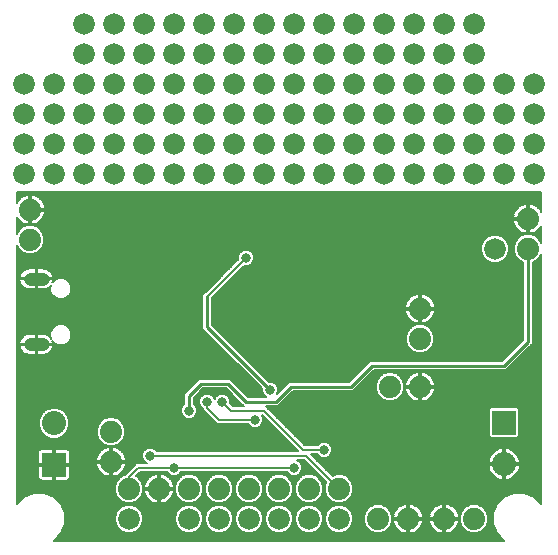
<source format=gbl>
G75*
%MOIN*%
%OFA0B0*%
%FSLAX25Y25*%
%IPPOS*%
%LPD*%
%AMOC8*
5,1,8,0,0,1.08239X$1,22.5*
%
%ADD10C,0.07400*%
%ADD11R,0.08000X0.08000*%
%ADD12C,0.08000*%
%ADD13C,0.04331*%
%ADD14C,0.02781*%
%ADD15C,0.03200*%
%ADD16C,0.01000*%
%ADD17C,0.07200*%
%ADD18C,0.00800*%
%ADD19C,0.00600*%
D10*
X0047867Y0043608D03*
X0041867Y0052608D03*
X0041867Y0062608D03*
X0057867Y0043608D03*
X0067867Y0043608D03*
X0077867Y0043608D03*
X0087867Y0043608D03*
X0097867Y0043608D03*
X0107867Y0043608D03*
X0117867Y0043608D03*
X0130867Y0033608D03*
X0140867Y0033608D03*
X0152867Y0033608D03*
X0162867Y0033608D03*
X0144867Y0077608D03*
X0134867Y0077608D03*
X0144867Y0093608D03*
X0144867Y0103608D03*
X0180867Y0123608D03*
X0180867Y0133608D03*
X0014867Y0136608D03*
X0014867Y0126608D03*
D11*
X0022867Y0051608D03*
X0172867Y0065608D03*
D12*
X0172867Y0051828D03*
X0022867Y0065387D03*
D13*
X0019032Y0091682D02*
X0014701Y0091682D01*
X0014701Y0113533D02*
X0019032Y0113533D01*
D14*
X0084323Y0107151D03*
X0084323Y0103608D03*
X0084323Y0100064D03*
X0087867Y0100064D03*
X0091410Y0100064D03*
X0091410Y0103608D03*
X0091410Y0107151D03*
X0087867Y0107151D03*
X0087867Y0103608D03*
D15*
X0096867Y0111608D03*
X0096867Y0115608D03*
X0100867Y0116608D03*
X0104867Y0116608D03*
X0108867Y0116608D03*
X0112867Y0116608D03*
X0112867Y0138608D03*
X0122867Y0138608D03*
X0132867Y0138608D03*
X0142867Y0138608D03*
X0152867Y0138608D03*
X0162867Y0138608D03*
X0162867Y0108608D03*
X0157867Y0108608D03*
X0152867Y0108608D03*
X0117867Y0073608D03*
X0104867Y0085608D03*
X0100867Y0085608D03*
X0096867Y0086608D03*
X0096867Y0090608D03*
X0108867Y0090608D03*
X0108867Y0086608D03*
X0102867Y0073608D03*
X0094867Y0076608D03*
X0089867Y0066608D03*
X0078867Y0072608D03*
X0073867Y0072608D03*
X0067867Y0069608D03*
X0054867Y0054608D03*
X0062867Y0050608D03*
X0032867Y0048608D03*
X0032867Y0053608D03*
X0012867Y0053608D03*
X0012867Y0048608D03*
X0012867Y0076608D03*
X0021867Y0076608D03*
X0030867Y0076608D03*
X0032867Y0089608D03*
X0036867Y0089608D03*
X0036867Y0093608D03*
X0036867Y0097608D03*
X0036867Y0101608D03*
X0032867Y0101608D03*
X0032867Y0097608D03*
X0032867Y0093608D03*
X0037867Y0123608D03*
X0047867Y0123608D03*
X0057867Y0123608D03*
X0068867Y0122608D03*
X0068867Y0126608D03*
X0068867Y0130608D03*
X0072867Y0130608D03*
X0082867Y0138608D03*
X0086867Y0132608D03*
X0092867Y0138608D03*
X0102867Y0138608D03*
X0086867Y0120608D03*
X0068867Y0118608D03*
X0027867Y0140608D03*
X0022867Y0140608D03*
X0102867Y0050608D03*
X0112867Y0056608D03*
X0142867Y0043608D03*
X0144867Y0054608D03*
X0162867Y0053608D03*
X0182867Y0053608D03*
X0182867Y0063608D03*
D16*
X0172867Y0084608D02*
X0180867Y0092608D01*
X0180867Y0123608D01*
X0172867Y0084608D02*
X0128867Y0084608D01*
X0121867Y0077608D01*
X0101867Y0077608D01*
X0096867Y0072608D01*
X0086867Y0072608D01*
X0080867Y0078608D01*
X0071867Y0078608D01*
X0067867Y0074608D01*
X0067867Y0069608D01*
X0094867Y0076608D02*
X0073867Y0097608D01*
X0073867Y0107608D01*
D17*
X0072867Y0148608D03*
X0082867Y0148608D03*
X0082867Y0158608D03*
X0082867Y0168608D03*
X0082867Y0178608D03*
X0082867Y0188608D03*
X0082867Y0198608D03*
X0072867Y0198608D03*
X0072867Y0188608D03*
X0072867Y0178608D03*
X0072867Y0168608D03*
X0072867Y0158608D03*
X0062867Y0158608D03*
X0062867Y0168608D03*
X0062867Y0178608D03*
X0062867Y0188608D03*
X0062867Y0198608D03*
X0052867Y0198608D03*
X0052867Y0188608D03*
X0052867Y0178608D03*
X0052867Y0168608D03*
X0052867Y0158608D03*
X0052867Y0148608D03*
X0062867Y0148608D03*
X0042867Y0148608D03*
X0042867Y0158608D03*
X0042867Y0168608D03*
X0042867Y0178608D03*
X0042867Y0188608D03*
X0042867Y0198608D03*
X0032867Y0198608D03*
X0032867Y0188608D03*
X0032867Y0178608D03*
X0032867Y0168608D03*
X0032867Y0158608D03*
X0032867Y0148608D03*
X0022867Y0148608D03*
X0022867Y0158608D03*
X0022867Y0168608D03*
X0022867Y0178608D03*
X0012867Y0178608D03*
X0012867Y0168608D03*
X0012867Y0158608D03*
X0012867Y0148608D03*
X0092867Y0148608D03*
X0102867Y0148608D03*
X0112867Y0148608D03*
X0122867Y0148608D03*
X0132867Y0148608D03*
X0142867Y0148608D03*
X0152867Y0148608D03*
X0162867Y0148608D03*
X0172867Y0148608D03*
X0182867Y0148608D03*
X0182867Y0158608D03*
X0182867Y0168608D03*
X0182867Y0178608D03*
X0172867Y0178608D03*
X0172867Y0168608D03*
X0172867Y0158608D03*
X0162867Y0158608D03*
X0162867Y0168608D03*
X0162867Y0178608D03*
X0162867Y0188608D03*
X0162867Y0198608D03*
X0152867Y0198608D03*
X0152867Y0188608D03*
X0152867Y0178608D03*
X0152867Y0168608D03*
X0152867Y0158608D03*
X0142867Y0158608D03*
X0142867Y0168608D03*
X0142867Y0178608D03*
X0142867Y0188608D03*
X0142867Y0198608D03*
X0132867Y0198608D03*
X0132867Y0188608D03*
X0132867Y0178608D03*
X0132867Y0168608D03*
X0132867Y0158608D03*
X0122867Y0158608D03*
X0122867Y0168608D03*
X0122867Y0178608D03*
X0122867Y0188608D03*
X0122867Y0198608D03*
X0112867Y0198608D03*
X0112867Y0188608D03*
X0112867Y0178608D03*
X0112867Y0168608D03*
X0112867Y0158608D03*
X0102867Y0158608D03*
X0102867Y0168608D03*
X0102867Y0178608D03*
X0102867Y0188608D03*
X0102867Y0198608D03*
X0092867Y0198608D03*
X0092867Y0188608D03*
X0092867Y0178608D03*
X0092867Y0168608D03*
X0092867Y0158608D03*
X0169867Y0133608D03*
X0169867Y0123608D03*
X0117867Y0033608D03*
X0107867Y0033608D03*
X0097867Y0033608D03*
X0087867Y0033608D03*
X0077867Y0033608D03*
X0067867Y0033608D03*
X0057867Y0033608D03*
X0047867Y0033608D03*
D18*
X0047867Y0043608D02*
X0047867Y0047608D01*
X0050867Y0050608D01*
X0062867Y0050608D01*
X0102867Y0050608D01*
X0106867Y0054608D02*
X0117867Y0043608D01*
X0106867Y0054608D02*
X0054867Y0054608D01*
X0073867Y0070608D02*
X0073867Y0072608D01*
X0073867Y0070608D02*
X0077867Y0066608D01*
X0089867Y0066608D01*
X0092867Y0069608D02*
X0081867Y0069608D01*
X0078867Y0072608D01*
X0092867Y0069608D02*
X0105867Y0056608D01*
X0112867Y0056608D01*
X0073867Y0107608D02*
X0086867Y0120608D01*
D19*
X0022795Y0026232D02*
X0022736Y0026208D01*
X0172998Y0026208D01*
X0172938Y0026232D01*
X0170491Y0028680D01*
X0169167Y0031877D01*
X0169167Y0035338D01*
X0170491Y0038536D01*
X0172938Y0040983D01*
X0176136Y0042308D01*
X0179597Y0042308D01*
X0182795Y0040983D01*
X0185242Y0038536D01*
X0185267Y0038477D01*
X0185267Y0121687D01*
X0184936Y0120889D01*
X0183586Y0119538D01*
X0182467Y0119075D01*
X0182467Y0091945D01*
X0181529Y0091008D01*
X0173529Y0083008D01*
X0129529Y0083008D01*
X0122529Y0076008D01*
X0102529Y0076008D01*
X0097529Y0071008D01*
X0093588Y0071008D01*
X0094367Y0070229D01*
X0106488Y0058108D01*
X0110566Y0058108D01*
X0110578Y0058137D01*
X0111337Y0058897D01*
X0112330Y0059308D01*
X0113404Y0059308D01*
X0114396Y0058897D01*
X0115156Y0058137D01*
X0115567Y0057145D01*
X0115567Y0056071D01*
X0115156Y0055078D01*
X0114396Y0054319D01*
X0113404Y0053908D01*
X0112330Y0053908D01*
X0111337Y0054319D01*
X0110578Y0055078D01*
X0110566Y0055108D01*
X0108488Y0055108D01*
X0115693Y0047903D01*
X0116912Y0048408D01*
X0118821Y0048408D01*
X0120586Y0047677D01*
X0121936Y0046327D01*
X0122667Y0044562D01*
X0122667Y0042653D01*
X0121936Y0040889D01*
X0120586Y0039538D01*
X0118821Y0038808D01*
X0116912Y0038808D01*
X0115148Y0039538D01*
X0113797Y0040889D01*
X0113067Y0042653D01*
X0113067Y0044562D01*
X0113572Y0045781D01*
X0106245Y0053108D01*
X0103887Y0053108D01*
X0104396Y0052897D01*
X0105156Y0052137D01*
X0105567Y0051145D01*
X0105567Y0050071D01*
X0105156Y0049078D01*
X0104396Y0048319D01*
X0103404Y0047908D01*
X0102330Y0047908D01*
X0101337Y0048319D01*
X0100578Y0049078D01*
X0100566Y0049108D01*
X0065168Y0049108D01*
X0065156Y0049078D01*
X0064396Y0048319D01*
X0063404Y0047908D01*
X0062330Y0047908D01*
X0061337Y0048319D01*
X0060578Y0049078D01*
X0060566Y0049108D01*
X0051488Y0049108D01*
X0050212Y0047832D01*
X0050586Y0047677D01*
X0051936Y0046327D01*
X0052667Y0044562D01*
X0052667Y0042653D01*
X0051936Y0040889D01*
X0050586Y0039538D01*
X0048821Y0038808D01*
X0046912Y0038808D01*
X0045148Y0039538D01*
X0043797Y0040889D01*
X0043067Y0042653D01*
X0043067Y0044562D01*
X0043797Y0046327D01*
X0045148Y0047677D01*
X0046367Y0048182D01*
X0046367Y0048229D01*
X0049367Y0051229D01*
X0050245Y0052108D01*
X0053847Y0052108D01*
X0053337Y0052319D01*
X0052578Y0053078D01*
X0052167Y0054071D01*
X0052167Y0055145D01*
X0052578Y0056137D01*
X0053337Y0056897D01*
X0054330Y0057308D01*
X0055404Y0057308D01*
X0056396Y0056897D01*
X0057156Y0056137D01*
X0057168Y0056108D01*
X0104245Y0056108D01*
X0092245Y0068108D01*
X0092168Y0068108D01*
X0092567Y0067145D01*
X0092567Y0066071D01*
X0092156Y0065078D01*
X0091396Y0064319D01*
X0090404Y0063908D01*
X0089330Y0063908D01*
X0088337Y0064319D01*
X0087578Y0065078D01*
X0087566Y0065108D01*
X0077245Y0065108D01*
X0073245Y0069108D01*
X0072367Y0069986D01*
X0072367Y0070307D01*
X0072337Y0070319D01*
X0071578Y0071078D01*
X0071167Y0072071D01*
X0071167Y0073145D01*
X0071578Y0074137D01*
X0072337Y0074897D01*
X0073330Y0075308D01*
X0074404Y0075308D01*
X0075396Y0074897D01*
X0076156Y0074137D01*
X0076367Y0073628D01*
X0076578Y0074137D01*
X0077337Y0074897D01*
X0078330Y0075308D01*
X0079404Y0075308D01*
X0080396Y0074897D01*
X0081156Y0074137D01*
X0081567Y0073145D01*
X0081567Y0072071D01*
X0081554Y0072041D01*
X0082488Y0071108D01*
X0086104Y0071108D01*
X0085267Y0071945D01*
X0080204Y0077008D01*
X0072529Y0077008D01*
X0069467Y0073945D01*
X0069467Y0071826D01*
X0070156Y0071137D01*
X0070567Y0070145D01*
X0070567Y0069071D01*
X0070156Y0068078D01*
X0069396Y0067319D01*
X0068404Y0066908D01*
X0067330Y0066908D01*
X0066337Y0067319D01*
X0065578Y0068078D01*
X0065167Y0069071D01*
X0065167Y0070145D01*
X0065578Y0071137D01*
X0066267Y0071826D01*
X0066267Y0075270D01*
X0070267Y0079270D01*
X0071204Y0080208D01*
X0081529Y0080208D01*
X0087529Y0074208D01*
X0093605Y0074208D01*
X0093337Y0074319D01*
X0092578Y0075078D01*
X0092167Y0076071D01*
X0092167Y0077045D01*
X0072267Y0096945D01*
X0072267Y0108270D01*
X0073204Y0109208D01*
X0073345Y0109208D01*
X0084179Y0120041D01*
X0084167Y0120071D01*
X0084167Y0121145D01*
X0084578Y0122137D01*
X0085337Y0122897D01*
X0086330Y0123308D01*
X0087404Y0123308D01*
X0088396Y0122897D01*
X0089156Y0122137D01*
X0089567Y0121145D01*
X0089567Y0120071D01*
X0089156Y0119078D01*
X0088396Y0118319D01*
X0087404Y0117908D01*
X0086330Y0117908D01*
X0086300Y0117920D01*
X0075467Y0107086D01*
X0075467Y0098270D01*
X0094429Y0079308D01*
X0095404Y0079308D01*
X0096396Y0078897D01*
X0097156Y0078137D01*
X0097567Y0077145D01*
X0097567Y0076071D01*
X0097213Y0075217D01*
X0100267Y0078270D01*
X0101204Y0079208D01*
X0121204Y0079208D01*
X0127267Y0085270D01*
X0128204Y0086208D01*
X0172204Y0086208D01*
X0179267Y0093270D01*
X0179267Y0119075D01*
X0178148Y0119538D01*
X0176797Y0120889D01*
X0176067Y0122653D01*
X0176067Y0124562D01*
X0176797Y0126327D01*
X0178148Y0127677D01*
X0179912Y0128408D01*
X0181821Y0128408D01*
X0183586Y0127677D01*
X0184936Y0126327D01*
X0185267Y0125528D01*
X0185267Y0131230D01*
X0185143Y0130987D01*
X0184680Y0130350D01*
X0184124Y0129794D01*
X0183487Y0129331D01*
X0182786Y0128974D01*
X0182037Y0128731D01*
X0181260Y0128608D01*
X0181167Y0128608D01*
X0181167Y0133308D01*
X0180567Y0133308D01*
X0180567Y0128608D01*
X0180473Y0128608D01*
X0179696Y0128731D01*
X0178947Y0128974D01*
X0178246Y0129331D01*
X0177609Y0129794D01*
X0177053Y0130350D01*
X0176590Y0130987D01*
X0176233Y0131688D01*
X0175990Y0132437D01*
X0175867Y0133214D01*
X0175867Y0133308D01*
X0180567Y0133308D01*
X0180567Y0133908D01*
X0180567Y0138608D01*
X0180473Y0138608D01*
X0179696Y0138485D01*
X0178947Y0138241D01*
X0178246Y0137884D01*
X0177609Y0137421D01*
X0177053Y0136865D01*
X0176590Y0136228D01*
X0176233Y0135527D01*
X0175990Y0134778D01*
X0175867Y0134001D01*
X0175867Y0133908D01*
X0180567Y0133908D01*
X0181167Y0133908D01*
X0181167Y0138608D01*
X0181260Y0138608D01*
X0182037Y0138485D01*
X0182786Y0138241D01*
X0183487Y0137884D01*
X0184124Y0137421D01*
X0184680Y0136865D01*
X0185143Y0136228D01*
X0185267Y0135986D01*
X0185267Y0142608D01*
X0010467Y0142608D01*
X0010467Y0138986D01*
X0010590Y0139228D01*
X0011053Y0139865D01*
X0011609Y0140421D01*
X0012246Y0140884D01*
X0012947Y0141241D01*
X0013696Y0141485D01*
X0014473Y0141608D01*
X0014567Y0141608D01*
X0014567Y0136908D01*
X0015167Y0136908D01*
X0015167Y0141608D01*
X0015260Y0141608D01*
X0016037Y0141485D01*
X0016786Y0141241D01*
X0017487Y0140884D01*
X0018124Y0140421D01*
X0018680Y0139865D01*
X0019143Y0139228D01*
X0019500Y0138527D01*
X0019744Y0137778D01*
X0019867Y0137001D01*
X0019867Y0136908D01*
X0015167Y0136908D01*
X0015167Y0136308D01*
X0019867Y0136308D01*
X0019867Y0136214D01*
X0019744Y0135437D01*
X0019500Y0134688D01*
X0019143Y0133987D01*
X0018680Y0133350D01*
X0018124Y0132794D01*
X0017487Y0132331D01*
X0016786Y0131974D01*
X0016037Y0131731D01*
X0015260Y0131608D01*
X0015167Y0131608D01*
X0015167Y0136308D01*
X0014567Y0136308D01*
X0014567Y0131608D01*
X0014473Y0131608D01*
X0013696Y0131731D01*
X0012947Y0131974D01*
X0012246Y0132331D01*
X0011609Y0132794D01*
X0011053Y0133350D01*
X0010590Y0133987D01*
X0010467Y0134230D01*
X0010467Y0128528D01*
X0010797Y0129327D01*
X0012148Y0130677D01*
X0013912Y0131408D01*
X0015821Y0131408D01*
X0017586Y0130677D01*
X0018936Y0129327D01*
X0019667Y0127562D01*
X0019667Y0125653D01*
X0018936Y0123889D01*
X0017586Y0122538D01*
X0015821Y0121808D01*
X0013912Y0121808D01*
X0012148Y0122538D01*
X0010797Y0123889D01*
X0010467Y0124687D01*
X0010467Y0038477D01*
X0010491Y0038536D01*
X0012938Y0040983D01*
X0016136Y0042308D01*
X0019597Y0042308D01*
X0022795Y0040983D01*
X0025242Y0038536D01*
X0026567Y0035338D01*
X0026567Y0031877D01*
X0025242Y0028680D01*
X0022795Y0026232D01*
X0023163Y0026600D02*
X0172570Y0026600D01*
X0171972Y0027199D02*
X0023761Y0027199D01*
X0024360Y0027797D02*
X0171373Y0027797D01*
X0170775Y0028396D02*
X0024958Y0028396D01*
X0025373Y0028994D02*
X0046723Y0028994D01*
X0046932Y0028908D02*
X0048802Y0028908D01*
X0050529Y0029623D01*
X0051851Y0030945D01*
X0052567Y0032673D01*
X0052567Y0034543D01*
X0051851Y0036270D01*
X0050529Y0037592D01*
X0048802Y0038308D01*
X0046932Y0038308D01*
X0045204Y0037592D01*
X0043882Y0036270D01*
X0043167Y0034543D01*
X0043167Y0032673D01*
X0043882Y0030945D01*
X0045204Y0029623D01*
X0046932Y0028908D01*
X0045278Y0029593D02*
X0025620Y0029593D01*
X0025868Y0030191D02*
X0044636Y0030191D01*
X0044038Y0030790D02*
X0026116Y0030790D01*
X0026364Y0031388D02*
X0043699Y0031388D01*
X0043451Y0031987D02*
X0026567Y0031987D01*
X0026567Y0032585D02*
X0043203Y0032585D01*
X0043167Y0033184D02*
X0026567Y0033184D01*
X0026567Y0033782D02*
X0043167Y0033782D01*
X0043167Y0034381D02*
X0026567Y0034381D01*
X0026567Y0034979D02*
X0043348Y0034979D01*
X0043596Y0035578D02*
X0026467Y0035578D01*
X0026219Y0036176D02*
X0043843Y0036176D01*
X0044387Y0036775D02*
X0025972Y0036775D01*
X0025724Y0037373D02*
X0044986Y0037373D01*
X0046121Y0037972D02*
X0025476Y0037972D01*
X0025208Y0038570D02*
X0140238Y0038570D01*
X0140473Y0038608D02*
X0139696Y0038485D01*
X0138947Y0038241D01*
X0138246Y0037884D01*
X0137609Y0037421D01*
X0137053Y0036865D01*
X0136590Y0036228D01*
X0136233Y0035527D01*
X0135990Y0034778D01*
X0135867Y0034001D01*
X0135867Y0033908D01*
X0140567Y0033908D01*
X0140567Y0038608D01*
X0140473Y0038608D01*
X0140567Y0038570D02*
X0141167Y0038570D01*
X0141167Y0038608D02*
X0141167Y0033908D01*
X0140567Y0033908D01*
X0140567Y0033308D01*
X0135867Y0033308D01*
X0135867Y0033214D01*
X0135990Y0032437D01*
X0136233Y0031688D01*
X0136590Y0030987D01*
X0137053Y0030350D01*
X0137609Y0029794D01*
X0138246Y0029331D01*
X0138947Y0028974D01*
X0139696Y0028731D01*
X0140473Y0028608D01*
X0140567Y0028608D01*
X0140567Y0033308D01*
X0141167Y0033308D01*
X0141167Y0033908D01*
X0145867Y0033908D01*
X0145867Y0034001D01*
X0145744Y0034778D01*
X0145500Y0035527D01*
X0145143Y0036228D01*
X0144680Y0036865D01*
X0144124Y0037421D01*
X0143487Y0037884D01*
X0142786Y0038241D01*
X0142037Y0038485D01*
X0141260Y0038608D01*
X0141167Y0038608D01*
X0141495Y0038570D02*
X0152238Y0038570D01*
X0152473Y0038608D02*
X0151696Y0038485D01*
X0150947Y0038241D01*
X0150246Y0037884D01*
X0149609Y0037421D01*
X0149053Y0036865D01*
X0148590Y0036228D01*
X0148233Y0035527D01*
X0147990Y0034778D01*
X0147867Y0034001D01*
X0147867Y0033908D01*
X0152567Y0033908D01*
X0152567Y0038608D01*
X0152473Y0038608D01*
X0152567Y0038570D02*
X0153167Y0038570D01*
X0153167Y0038608D02*
X0153167Y0033908D01*
X0152567Y0033908D01*
X0152567Y0033308D01*
X0147867Y0033308D01*
X0147867Y0033214D01*
X0147990Y0032437D01*
X0148233Y0031688D01*
X0148590Y0030987D01*
X0149053Y0030350D01*
X0149609Y0029794D01*
X0150246Y0029331D01*
X0150947Y0028974D01*
X0151696Y0028731D01*
X0152473Y0028608D01*
X0152567Y0028608D01*
X0152567Y0033308D01*
X0153167Y0033308D01*
X0153167Y0033908D01*
X0157867Y0033908D01*
X0157867Y0034001D01*
X0157744Y0034778D01*
X0157500Y0035527D01*
X0157143Y0036228D01*
X0156680Y0036865D01*
X0156124Y0037421D01*
X0155487Y0037884D01*
X0154786Y0038241D01*
X0154037Y0038485D01*
X0153260Y0038608D01*
X0153167Y0038608D01*
X0153495Y0038570D02*
X0170526Y0038570D01*
X0170258Y0037972D02*
X0164873Y0037972D01*
X0165586Y0037677D02*
X0163821Y0038408D01*
X0161912Y0038408D01*
X0160148Y0037677D01*
X0158797Y0036327D01*
X0158067Y0034562D01*
X0158067Y0032653D01*
X0158797Y0030889D01*
X0160148Y0029538D01*
X0161912Y0028808D01*
X0163821Y0028808D01*
X0165586Y0029538D01*
X0166936Y0030889D01*
X0167667Y0032653D01*
X0167667Y0034562D01*
X0166936Y0036327D01*
X0165586Y0037677D01*
X0165889Y0037373D02*
X0170010Y0037373D01*
X0169762Y0036775D02*
X0166488Y0036775D01*
X0166998Y0036176D02*
X0169514Y0036176D01*
X0169266Y0035578D02*
X0167246Y0035578D01*
X0167494Y0034979D02*
X0169167Y0034979D01*
X0169167Y0034381D02*
X0167667Y0034381D01*
X0167667Y0033782D02*
X0169167Y0033782D01*
X0169167Y0033184D02*
X0167667Y0033184D01*
X0167639Y0032585D02*
X0169167Y0032585D01*
X0169167Y0031987D02*
X0167391Y0031987D01*
X0167143Y0031388D02*
X0169369Y0031388D01*
X0169617Y0030790D02*
X0166837Y0030790D01*
X0166238Y0030191D02*
X0169865Y0030191D01*
X0170113Y0029593D02*
X0165640Y0029593D01*
X0164272Y0028994D02*
X0170361Y0028994D01*
X0161461Y0028994D02*
X0154826Y0028994D01*
X0154786Y0028974D02*
X0155487Y0029331D01*
X0156124Y0029794D01*
X0156680Y0030350D01*
X0157143Y0030987D01*
X0157500Y0031688D01*
X0157744Y0032437D01*
X0157867Y0033214D01*
X0157867Y0033308D01*
X0153167Y0033308D01*
X0153167Y0028608D01*
X0153260Y0028608D01*
X0154037Y0028731D01*
X0154786Y0028974D01*
X0155847Y0029593D02*
X0160093Y0029593D01*
X0159495Y0030191D02*
X0156521Y0030191D01*
X0157000Y0030790D02*
X0158896Y0030790D01*
X0158590Y0031388D02*
X0157347Y0031388D01*
X0157597Y0031987D02*
X0158343Y0031987D01*
X0158095Y0032585D02*
X0157767Y0032585D01*
X0157862Y0033184D02*
X0158067Y0033184D01*
X0158067Y0033782D02*
X0153167Y0033782D01*
X0153167Y0033184D02*
X0152567Y0033184D01*
X0152567Y0033782D02*
X0141167Y0033782D01*
X0141167Y0033308D02*
X0145867Y0033308D01*
X0145867Y0033214D01*
X0145744Y0032437D01*
X0145500Y0031688D01*
X0145143Y0030987D01*
X0144680Y0030350D01*
X0144124Y0029794D01*
X0143487Y0029331D01*
X0142786Y0028974D01*
X0142037Y0028731D01*
X0141260Y0028608D01*
X0141167Y0028608D01*
X0141167Y0033308D01*
X0141167Y0033184D02*
X0140567Y0033184D01*
X0140567Y0033782D02*
X0135667Y0033782D01*
X0135667Y0033184D02*
X0135871Y0033184D01*
X0135667Y0032653D02*
X0135667Y0034562D01*
X0134936Y0036327D01*
X0133586Y0037677D01*
X0131821Y0038408D01*
X0129912Y0038408D01*
X0128148Y0037677D01*
X0126797Y0036327D01*
X0126067Y0034562D01*
X0126067Y0032653D01*
X0126797Y0030889D01*
X0128148Y0029538D01*
X0129912Y0028808D01*
X0131821Y0028808D01*
X0133586Y0029538D01*
X0134936Y0030889D01*
X0135667Y0032653D01*
X0135639Y0032585D02*
X0135966Y0032585D01*
X0136136Y0031987D02*
X0135391Y0031987D01*
X0135143Y0031388D02*
X0136386Y0031388D01*
X0136734Y0030790D02*
X0134837Y0030790D01*
X0134238Y0030191D02*
X0137212Y0030191D01*
X0137886Y0029593D02*
X0133640Y0029593D01*
X0132272Y0028994D02*
X0138907Y0028994D01*
X0140567Y0028994D02*
X0141167Y0028994D01*
X0141167Y0029593D02*
X0140567Y0029593D01*
X0140567Y0030191D02*
X0141167Y0030191D01*
X0141167Y0030790D02*
X0140567Y0030790D01*
X0140567Y0031388D02*
X0141167Y0031388D01*
X0141167Y0031987D02*
X0140567Y0031987D01*
X0140567Y0032585D02*
X0141167Y0032585D01*
X0141167Y0034381D02*
X0140567Y0034381D01*
X0140567Y0034979D02*
X0141167Y0034979D01*
X0141167Y0035578D02*
X0140567Y0035578D01*
X0140567Y0036176D02*
X0141167Y0036176D01*
X0141167Y0036775D02*
X0140567Y0036775D01*
X0140567Y0037373D02*
X0141167Y0037373D01*
X0141167Y0037972D02*
X0140567Y0037972D01*
X0138419Y0037972D02*
X0132873Y0037972D01*
X0133889Y0037373D02*
X0137561Y0037373D01*
X0136987Y0036775D02*
X0134488Y0036775D01*
X0134998Y0036176D02*
X0136564Y0036176D01*
X0136259Y0035578D02*
X0135246Y0035578D01*
X0135494Y0034979D02*
X0136055Y0034979D01*
X0135927Y0034381D02*
X0135667Y0034381D01*
X0128860Y0037972D02*
X0119612Y0037972D01*
X0118802Y0038308D02*
X0116932Y0038308D01*
X0115204Y0037592D01*
X0113882Y0036270D01*
X0113167Y0034543D01*
X0113167Y0032673D01*
X0113882Y0030945D01*
X0115204Y0029623D01*
X0116932Y0028908D01*
X0118802Y0028908D01*
X0120529Y0029623D01*
X0121851Y0030945D01*
X0122567Y0032673D01*
X0122567Y0034543D01*
X0121851Y0036270D01*
X0120529Y0037592D01*
X0118802Y0038308D01*
X0119694Y0039169D02*
X0171124Y0039169D01*
X0171723Y0039767D02*
X0120815Y0039767D01*
X0121413Y0040366D02*
X0172321Y0040366D01*
X0172920Y0040964D02*
X0121967Y0040964D01*
X0122215Y0041563D02*
X0174338Y0041563D01*
X0175783Y0042162D02*
X0122463Y0042162D01*
X0122667Y0042760D02*
X0185267Y0042760D01*
X0185267Y0042162D02*
X0179950Y0042162D01*
X0181395Y0041563D02*
X0185267Y0041563D01*
X0185267Y0040964D02*
X0182813Y0040964D01*
X0183412Y0040366D02*
X0185267Y0040366D01*
X0185267Y0039767D02*
X0184010Y0039767D01*
X0184609Y0039169D02*
X0185267Y0039169D01*
X0185267Y0038570D02*
X0185208Y0038570D01*
X0185267Y0043359D02*
X0122667Y0043359D01*
X0122667Y0043957D02*
X0185267Y0043957D01*
X0185267Y0044556D02*
X0122667Y0044556D01*
X0122422Y0045154D02*
X0185267Y0045154D01*
X0185267Y0045753D02*
X0122174Y0045753D01*
X0121911Y0046351D02*
X0185267Y0046351D01*
X0185267Y0046950D02*
X0174966Y0046950D01*
X0174901Y0046916D02*
X0175644Y0047295D01*
X0176319Y0047786D01*
X0176909Y0048375D01*
X0177400Y0049050D01*
X0177778Y0049794D01*
X0178036Y0050587D01*
X0178167Y0051411D01*
X0178167Y0051528D01*
X0173167Y0051528D01*
X0173167Y0052128D01*
X0178167Y0052128D01*
X0178167Y0052245D01*
X0178036Y0053069D01*
X0177778Y0053863D01*
X0177400Y0054606D01*
X0176909Y0055281D01*
X0176319Y0055871D01*
X0175644Y0056361D01*
X0174901Y0056740D01*
X0174108Y0056998D01*
X0173284Y0057128D01*
X0173167Y0057128D01*
X0173167Y0052128D01*
X0172567Y0052128D01*
X0172567Y0057128D01*
X0172450Y0057128D01*
X0171626Y0056998D01*
X0170832Y0056740D01*
X0170089Y0056361D01*
X0169414Y0055871D01*
X0168824Y0055281D01*
X0168334Y0054606D01*
X0167955Y0053863D01*
X0167697Y0053069D01*
X0167567Y0052245D01*
X0167567Y0052128D01*
X0172567Y0052128D01*
X0172567Y0051528D01*
X0173167Y0051528D01*
X0173167Y0046528D01*
X0173284Y0046528D01*
X0174108Y0046659D01*
X0174901Y0046916D01*
X0175993Y0047548D02*
X0185267Y0047548D01*
X0185267Y0048147D02*
X0176680Y0048147D01*
X0177178Y0048745D02*
X0185267Y0048745D01*
X0185267Y0049344D02*
X0177549Y0049344D01*
X0177827Y0049942D02*
X0185267Y0049942D01*
X0185267Y0050541D02*
X0178021Y0050541D01*
X0178124Y0051139D02*
X0185267Y0051139D01*
X0185267Y0051738D02*
X0173167Y0051738D01*
X0173167Y0052336D02*
X0172567Y0052336D01*
X0172567Y0051738D02*
X0111858Y0051738D01*
X0111259Y0052336D02*
X0167581Y0052336D01*
X0167676Y0052935D02*
X0110661Y0052935D01*
X0110062Y0053533D02*
X0167848Y0053533D01*
X0168092Y0054132D02*
X0113945Y0054132D01*
X0114808Y0054730D02*
X0168424Y0054730D01*
X0168872Y0055329D02*
X0115259Y0055329D01*
X0115507Y0055927D02*
X0169492Y0055927D01*
X0170412Y0056526D02*
X0115567Y0056526D01*
X0115567Y0057124D02*
X0172425Y0057124D01*
X0172567Y0057124D02*
X0173167Y0057124D01*
X0173308Y0057124D02*
X0185267Y0057124D01*
X0185267Y0056526D02*
X0175321Y0056526D01*
X0176242Y0055927D02*
X0185267Y0055927D01*
X0185267Y0055329D02*
X0176861Y0055329D01*
X0177309Y0054730D02*
X0185267Y0054730D01*
X0185267Y0054132D02*
X0177641Y0054132D01*
X0177885Y0053533D02*
X0185267Y0053533D01*
X0185267Y0052935D02*
X0178057Y0052935D01*
X0178152Y0052336D02*
X0185267Y0052336D01*
X0185267Y0057723D02*
X0115327Y0057723D01*
X0114971Y0058321D02*
X0185267Y0058321D01*
X0185267Y0058920D02*
X0114340Y0058920D01*
X0111393Y0058920D02*
X0105676Y0058920D01*
X0106274Y0058321D02*
X0110762Y0058321D01*
X0110926Y0054730D02*
X0108865Y0054730D01*
X0109464Y0054132D02*
X0111789Y0054132D01*
X0112456Y0051139D02*
X0167610Y0051139D01*
X0167567Y0051411D02*
X0167697Y0050587D01*
X0167955Y0049794D01*
X0168334Y0049050D01*
X0168824Y0048375D01*
X0169414Y0047786D01*
X0170089Y0047295D01*
X0170832Y0046916D01*
X0171626Y0046659D01*
X0172450Y0046528D01*
X0172567Y0046528D01*
X0172567Y0051528D01*
X0167567Y0051528D01*
X0167567Y0051411D01*
X0167712Y0050541D02*
X0113055Y0050541D01*
X0113653Y0049942D02*
X0167907Y0049942D01*
X0168184Y0049344D02*
X0114252Y0049344D01*
X0114850Y0048745D02*
X0168555Y0048745D01*
X0169053Y0048147D02*
X0119452Y0048147D01*
X0120714Y0047548D02*
X0169741Y0047548D01*
X0170767Y0046950D02*
X0121313Y0046950D01*
X0116282Y0048147D02*
X0115449Y0048147D01*
X0113002Y0046351D02*
X0111911Y0046351D01*
X0111936Y0046327D02*
X0110586Y0047677D01*
X0108821Y0048408D01*
X0106912Y0048408D01*
X0105148Y0047677D01*
X0103797Y0046327D01*
X0103067Y0044562D01*
X0103067Y0042653D01*
X0103797Y0040889D01*
X0105148Y0039538D01*
X0106912Y0038808D01*
X0108821Y0038808D01*
X0110586Y0039538D01*
X0111936Y0040889D01*
X0112667Y0042653D01*
X0112667Y0044562D01*
X0111936Y0046327D01*
X0112174Y0045753D02*
X0113560Y0045753D01*
X0113312Y0045154D02*
X0112422Y0045154D01*
X0112667Y0044556D02*
X0113067Y0044556D01*
X0113067Y0043957D02*
X0112667Y0043957D01*
X0112667Y0043359D02*
X0113067Y0043359D01*
X0113067Y0042760D02*
X0112667Y0042760D01*
X0112463Y0042162D02*
X0113270Y0042162D01*
X0113518Y0041563D02*
X0112215Y0041563D01*
X0111967Y0040964D02*
X0113766Y0040964D01*
X0114320Y0040366D02*
X0111413Y0040366D01*
X0110815Y0039767D02*
X0114919Y0039767D01*
X0116040Y0039169D02*
X0109694Y0039169D01*
X0109612Y0037972D02*
X0116121Y0037972D01*
X0114986Y0037373D02*
X0110748Y0037373D01*
X0110529Y0037592D02*
X0111851Y0036270D01*
X0112567Y0034543D01*
X0112567Y0032673D01*
X0111851Y0030945D01*
X0110529Y0029623D01*
X0108802Y0028908D01*
X0106932Y0028908D01*
X0105204Y0029623D01*
X0103882Y0030945D01*
X0103167Y0032673D01*
X0103167Y0034543D01*
X0103882Y0036270D01*
X0105204Y0037592D01*
X0106932Y0038308D01*
X0108802Y0038308D01*
X0110529Y0037592D01*
X0111346Y0036775D02*
X0114387Y0036775D01*
X0113843Y0036176D02*
X0111890Y0036176D01*
X0112138Y0035578D02*
X0113596Y0035578D01*
X0113348Y0034979D02*
X0112386Y0034979D01*
X0112567Y0034381D02*
X0113167Y0034381D01*
X0113167Y0033782D02*
X0112567Y0033782D01*
X0112567Y0033184D02*
X0113167Y0033184D01*
X0113203Y0032585D02*
X0112530Y0032585D01*
X0112283Y0031987D02*
X0113451Y0031987D01*
X0113699Y0031388D02*
X0112035Y0031388D01*
X0111696Y0030790D02*
X0114038Y0030790D01*
X0114636Y0030191D02*
X0111097Y0030191D01*
X0110456Y0029593D02*
X0115278Y0029593D01*
X0116723Y0028994D02*
X0109011Y0028994D01*
X0106723Y0028994D02*
X0099011Y0028994D01*
X0098802Y0028908D02*
X0100529Y0029623D01*
X0101851Y0030945D01*
X0102567Y0032673D01*
X0102567Y0034543D01*
X0101851Y0036270D01*
X0100529Y0037592D01*
X0098802Y0038308D01*
X0096932Y0038308D01*
X0095204Y0037592D01*
X0093882Y0036270D01*
X0093167Y0034543D01*
X0093167Y0032673D01*
X0093882Y0030945D01*
X0095204Y0029623D01*
X0096932Y0028908D01*
X0098802Y0028908D01*
X0100456Y0029593D02*
X0105278Y0029593D01*
X0104636Y0030191D02*
X0101097Y0030191D01*
X0101696Y0030790D02*
X0104038Y0030790D01*
X0103699Y0031388D02*
X0102035Y0031388D01*
X0102283Y0031987D02*
X0103451Y0031987D01*
X0103203Y0032585D02*
X0102530Y0032585D01*
X0102567Y0033184D02*
X0103167Y0033184D01*
X0103167Y0033782D02*
X0102567Y0033782D01*
X0102567Y0034381D02*
X0103167Y0034381D01*
X0103348Y0034979D02*
X0102386Y0034979D01*
X0102138Y0035578D02*
X0103596Y0035578D01*
X0103843Y0036176D02*
X0101890Y0036176D01*
X0101346Y0036775D02*
X0104387Y0036775D01*
X0104986Y0037373D02*
X0100748Y0037373D01*
X0099612Y0037972D02*
X0106121Y0037972D01*
X0106040Y0039169D02*
X0099694Y0039169D01*
X0098821Y0038808D02*
X0100586Y0039538D01*
X0101936Y0040889D01*
X0102667Y0042653D01*
X0102667Y0044562D01*
X0101936Y0046327D01*
X0100586Y0047677D01*
X0098821Y0048408D01*
X0096912Y0048408D01*
X0095148Y0047677D01*
X0093797Y0046327D01*
X0093067Y0044562D01*
X0093067Y0042653D01*
X0093797Y0040889D01*
X0095148Y0039538D01*
X0096912Y0038808D01*
X0098821Y0038808D01*
X0100815Y0039767D02*
X0104919Y0039767D01*
X0104320Y0040366D02*
X0101413Y0040366D01*
X0101967Y0040964D02*
X0103766Y0040964D01*
X0103518Y0041563D02*
X0102215Y0041563D01*
X0102463Y0042162D02*
X0103270Y0042162D01*
X0103067Y0042760D02*
X0102667Y0042760D01*
X0102667Y0043359D02*
X0103067Y0043359D01*
X0103067Y0043957D02*
X0102667Y0043957D01*
X0102667Y0044556D02*
X0103067Y0044556D01*
X0103312Y0045154D02*
X0102422Y0045154D01*
X0102174Y0045753D02*
X0103560Y0045753D01*
X0103822Y0046351D02*
X0101911Y0046351D01*
X0101313Y0046950D02*
X0104420Y0046950D01*
X0105019Y0047548D02*
X0100714Y0047548D01*
X0101753Y0048147D02*
X0099452Y0048147D01*
X0100911Y0048745D02*
X0064823Y0048745D01*
X0063981Y0048147D02*
X0066282Y0048147D01*
X0066912Y0048408D02*
X0065148Y0047677D01*
X0063797Y0046327D01*
X0063067Y0044562D01*
X0063067Y0042653D01*
X0063797Y0040889D01*
X0065148Y0039538D01*
X0066912Y0038808D01*
X0068821Y0038808D01*
X0070586Y0039538D01*
X0071936Y0040889D01*
X0072667Y0042653D01*
X0072667Y0044562D01*
X0071936Y0046327D01*
X0070586Y0047677D01*
X0068821Y0048408D01*
X0066912Y0048408D01*
X0065019Y0047548D02*
X0060950Y0047548D01*
X0061124Y0047421D02*
X0060487Y0047884D01*
X0059786Y0048241D01*
X0059037Y0048485D01*
X0058260Y0048608D01*
X0058167Y0048608D01*
X0058167Y0043908D01*
X0057567Y0043908D01*
X0057567Y0048608D01*
X0057473Y0048608D01*
X0056696Y0048485D01*
X0055947Y0048241D01*
X0055246Y0047884D01*
X0054609Y0047421D01*
X0054053Y0046865D01*
X0053590Y0046228D01*
X0053233Y0045527D01*
X0052990Y0044778D01*
X0052867Y0044001D01*
X0052867Y0043908D01*
X0057567Y0043908D01*
X0057567Y0043308D01*
X0052867Y0043308D01*
X0052867Y0043214D01*
X0052990Y0042437D01*
X0053233Y0041688D01*
X0053590Y0040987D01*
X0054053Y0040350D01*
X0054609Y0039794D01*
X0055246Y0039331D01*
X0055947Y0038974D01*
X0056696Y0038731D01*
X0057473Y0038608D01*
X0057567Y0038608D01*
X0057567Y0043308D01*
X0058167Y0043308D01*
X0058167Y0043908D01*
X0062867Y0043908D01*
X0062867Y0044001D01*
X0062744Y0044778D01*
X0062500Y0045527D01*
X0062143Y0046228D01*
X0061680Y0046865D01*
X0061124Y0047421D01*
X0061596Y0046950D02*
X0064420Y0046950D01*
X0063822Y0046351D02*
X0062054Y0046351D01*
X0062385Y0045753D02*
X0063560Y0045753D01*
X0063312Y0045154D02*
X0062622Y0045154D01*
X0062779Y0044556D02*
X0063067Y0044556D01*
X0063067Y0043957D02*
X0062867Y0043957D01*
X0063067Y0043359D02*
X0058167Y0043359D01*
X0058167Y0043308D02*
X0062867Y0043308D01*
X0062867Y0043214D01*
X0062744Y0042437D01*
X0062500Y0041688D01*
X0062143Y0040987D01*
X0061680Y0040350D01*
X0061124Y0039794D01*
X0060487Y0039331D01*
X0059786Y0038974D01*
X0059037Y0038731D01*
X0058260Y0038608D01*
X0058167Y0038608D01*
X0058167Y0043308D01*
X0058167Y0042760D02*
X0057567Y0042760D01*
X0057567Y0042162D02*
X0058167Y0042162D01*
X0058167Y0041563D02*
X0057567Y0041563D01*
X0057567Y0040964D02*
X0058167Y0040964D01*
X0058167Y0040366D02*
X0057567Y0040366D01*
X0057567Y0039767D02*
X0058167Y0039767D01*
X0058167Y0039169D02*
X0057567Y0039169D01*
X0055565Y0039169D02*
X0049694Y0039169D01*
X0049612Y0037972D02*
X0066121Y0037972D01*
X0066932Y0038308D02*
X0065204Y0037592D01*
X0063882Y0036270D01*
X0063167Y0034543D01*
X0063167Y0032673D01*
X0063882Y0030945D01*
X0065204Y0029623D01*
X0066932Y0028908D01*
X0068802Y0028908D01*
X0070529Y0029623D01*
X0071851Y0030945D01*
X0072567Y0032673D01*
X0072567Y0034543D01*
X0071851Y0036270D01*
X0070529Y0037592D01*
X0068802Y0038308D01*
X0066932Y0038308D01*
X0066040Y0039169D02*
X0060169Y0039169D01*
X0061088Y0039767D02*
X0064919Y0039767D01*
X0064320Y0040366D02*
X0061692Y0040366D01*
X0062127Y0040964D02*
X0063766Y0040964D01*
X0063518Y0041563D02*
X0062436Y0041563D01*
X0062654Y0042162D02*
X0063270Y0042162D01*
X0063067Y0042760D02*
X0062795Y0042760D01*
X0058167Y0043957D02*
X0057567Y0043957D01*
X0057567Y0043359D02*
X0052667Y0043359D01*
X0052667Y0043957D02*
X0052867Y0043957D01*
X0052954Y0044556D02*
X0052667Y0044556D01*
X0052422Y0045154D02*
X0053112Y0045154D01*
X0053348Y0045753D02*
X0052174Y0045753D01*
X0051911Y0046351D02*
X0053680Y0046351D01*
X0054138Y0046950D02*
X0051313Y0046950D01*
X0050714Y0047548D02*
X0054784Y0047548D01*
X0055761Y0048147D02*
X0050527Y0048147D01*
X0051125Y0048745D02*
X0060911Y0048745D01*
X0061753Y0048147D02*
X0059972Y0048147D01*
X0058167Y0048147D02*
X0057567Y0048147D01*
X0057567Y0047548D02*
X0058167Y0047548D01*
X0058167Y0046950D02*
X0057567Y0046950D01*
X0057567Y0046351D02*
X0058167Y0046351D01*
X0058167Y0045753D02*
X0057567Y0045753D01*
X0057567Y0045154D02*
X0058167Y0045154D01*
X0058167Y0044556D02*
X0057567Y0044556D01*
X0053607Y0040964D02*
X0051967Y0040964D01*
X0052215Y0041563D02*
X0053297Y0041563D01*
X0053079Y0042162D02*
X0052463Y0042162D01*
X0052667Y0042760D02*
X0052939Y0042760D01*
X0054042Y0040366D02*
X0051413Y0040366D01*
X0050815Y0039767D02*
X0054646Y0039767D01*
X0051346Y0036775D02*
X0064387Y0036775D01*
X0063843Y0036176D02*
X0051890Y0036176D01*
X0052138Y0035578D02*
X0063596Y0035578D01*
X0063348Y0034979D02*
X0052386Y0034979D01*
X0052567Y0034381D02*
X0063167Y0034381D01*
X0063167Y0033782D02*
X0052567Y0033782D01*
X0052567Y0033184D02*
X0063167Y0033184D01*
X0063203Y0032585D02*
X0052530Y0032585D01*
X0052283Y0031987D02*
X0063451Y0031987D01*
X0063699Y0031388D02*
X0052035Y0031388D01*
X0051696Y0030790D02*
X0064038Y0030790D01*
X0064636Y0030191D02*
X0051097Y0030191D01*
X0050456Y0029593D02*
X0065278Y0029593D01*
X0066723Y0028994D02*
X0049011Y0028994D01*
X0050748Y0037373D02*
X0064986Y0037373D01*
X0069612Y0037972D02*
X0076121Y0037972D01*
X0076932Y0038308D02*
X0075204Y0037592D01*
X0073882Y0036270D01*
X0073167Y0034543D01*
X0073167Y0032673D01*
X0073882Y0030945D01*
X0075204Y0029623D01*
X0076932Y0028908D01*
X0078802Y0028908D01*
X0080529Y0029623D01*
X0081851Y0030945D01*
X0082567Y0032673D01*
X0082567Y0034543D01*
X0081851Y0036270D01*
X0080529Y0037592D01*
X0078802Y0038308D01*
X0076932Y0038308D01*
X0076912Y0038808D02*
X0078821Y0038808D01*
X0080586Y0039538D01*
X0081936Y0040889D01*
X0082667Y0042653D01*
X0082667Y0044562D01*
X0081936Y0046327D01*
X0080586Y0047677D01*
X0078821Y0048408D01*
X0076912Y0048408D01*
X0075148Y0047677D01*
X0073797Y0046327D01*
X0073067Y0044562D01*
X0073067Y0042653D01*
X0073797Y0040889D01*
X0075148Y0039538D01*
X0076912Y0038808D01*
X0076040Y0039169D02*
X0069694Y0039169D01*
X0070815Y0039767D02*
X0074919Y0039767D01*
X0074320Y0040366D02*
X0071413Y0040366D01*
X0071967Y0040964D02*
X0073766Y0040964D01*
X0073518Y0041563D02*
X0072215Y0041563D01*
X0072463Y0042162D02*
X0073270Y0042162D01*
X0073067Y0042760D02*
X0072667Y0042760D01*
X0072667Y0043359D02*
X0073067Y0043359D01*
X0073067Y0043957D02*
X0072667Y0043957D01*
X0072667Y0044556D02*
X0073067Y0044556D01*
X0073312Y0045154D02*
X0072422Y0045154D01*
X0072174Y0045753D02*
X0073560Y0045753D01*
X0073822Y0046351D02*
X0071911Y0046351D01*
X0071313Y0046950D02*
X0074420Y0046950D01*
X0075019Y0047548D02*
X0070714Y0047548D01*
X0069452Y0048147D02*
X0076282Y0048147D01*
X0079452Y0048147D02*
X0086282Y0048147D01*
X0086912Y0048408D02*
X0085148Y0047677D01*
X0083797Y0046327D01*
X0083067Y0044562D01*
X0083067Y0042653D01*
X0083797Y0040889D01*
X0085148Y0039538D01*
X0086912Y0038808D01*
X0088821Y0038808D01*
X0090586Y0039538D01*
X0091936Y0040889D01*
X0092667Y0042653D01*
X0092667Y0044562D01*
X0091936Y0046327D01*
X0090586Y0047677D01*
X0088821Y0048408D01*
X0086912Y0048408D01*
X0085019Y0047548D02*
X0080714Y0047548D01*
X0081313Y0046950D02*
X0084420Y0046950D01*
X0083822Y0046351D02*
X0081911Y0046351D01*
X0082174Y0045753D02*
X0083560Y0045753D01*
X0083312Y0045154D02*
X0082422Y0045154D01*
X0082667Y0044556D02*
X0083067Y0044556D01*
X0083067Y0043957D02*
X0082667Y0043957D01*
X0082667Y0043359D02*
X0083067Y0043359D01*
X0083067Y0042760D02*
X0082667Y0042760D01*
X0082463Y0042162D02*
X0083270Y0042162D01*
X0083518Y0041563D02*
X0082215Y0041563D01*
X0081967Y0040964D02*
X0083766Y0040964D01*
X0084320Y0040366D02*
X0081413Y0040366D01*
X0080815Y0039767D02*
X0084919Y0039767D01*
X0086040Y0039169D02*
X0079694Y0039169D01*
X0079612Y0037972D02*
X0086121Y0037972D01*
X0086932Y0038308D02*
X0085204Y0037592D01*
X0083882Y0036270D01*
X0083167Y0034543D01*
X0083167Y0032673D01*
X0083882Y0030945D01*
X0085204Y0029623D01*
X0086932Y0028908D01*
X0088802Y0028908D01*
X0090529Y0029623D01*
X0091851Y0030945D01*
X0092567Y0032673D01*
X0092567Y0034543D01*
X0091851Y0036270D01*
X0090529Y0037592D01*
X0088802Y0038308D01*
X0086932Y0038308D01*
X0084986Y0037373D02*
X0080748Y0037373D01*
X0081346Y0036775D02*
X0084387Y0036775D01*
X0083843Y0036176D02*
X0081890Y0036176D01*
X0082138Y0035578D02*
X0083596Y0035578D01*
X0083348Y0034979D02*
X0082386Y0034979D01*
X0082567Y0034381D02*
X0083167Y0034381D01*
X0083167Y0033782D02*
X0082567Y0033782D01*
X0082567Y0033184D02*
X0083167Y0033184D01*
X0083203Y0032585D02*
X0082530Y0032585D01*
X0082283Y0031987D02*
X0083451Y0031987D01*
X0083699Y0031388D02*
X0082035Y0031388D01*
X0081696Y0030790D02*
X0084038Y0030790D01*
X0084636Y0030191D02*
X0081097Y0030191D01*
X0080456Y0029593D02*
X0085278Y0029593D01*
X0086723Y0028994D02*
X0079011Y0028994D01*
X0076723Y0028994D02*
X0069011Y0028994D01*
X0070456Y0029593D02*
X0075278Y0029593D01*
X0074636Y0030191D02*
X0071097Y0030191D01*
X0071696Y0030790D02*
X0074038Y0030790D01*
X0073699Y0031388D02*
X0072035Y0031388D01*
X0072283Y0031987D02*
X0073451Y0031987D01*
X0073203Y0032585D02*
X0072530Y0032585D01*
X0072567Y0033184D02*
X0073167Y0033184D01*
X0073167Y0033782D02*
X0072567Y0033782D01*
X0072567Y0034381D02*
X0073167Y0034381D01*
X0073348Y0034979D02*
X0072386Y0034979D01*
X0072138Y0035578D02*
X0073596Y0035578D01*
X0073843Y0036176D02*
X0071890Y0036176D01*
X0071346Y0036775D02*
X0074387Y0036775D01*
X0074986Y0037373D02*
X0070748Y0037373D01*
X0053320Y0052336D02*
X0042167Y0052336D01*
X0042167Y0052308D02*
X0042167Y0052908D01*
X0046867Y0052908D01*
X0046867Y0053001D01*
X0046744Y0053778D01*
X0046500Y0054527D01*
X0046143Y0055228D01*
X0045680Y0055865D01*
X0045124Y0056421D01*
X0044487Y0056884D01*
X0043786Y0057241D01*
X0043037Y0057485D01*
X0042260Y0057608D01*
X0042167Y0057608D01*
X0042167Y0052908D01*
X0041567Y0052908D01*
X0041567Y0057608D01*
X0041473Y0057608D01*
X0040696Y0057485D01*
X0039947Y0057241D01*
X0039246Y0056884D01*
X0038609Y0056421D01*
X0038053Y0055865D01*
X0037590Y0055228D01*
X0037233Y0054527D01*
X0036990Y0053778D01*
X0036867Y0053001D01*
X0036867Y0052908D01*
X0041567Y0052908D01*
X0041567Y0052308D01*
X0042167Y0052308D01*
X0046867Y0052308D01*
X0046867Y0052214D01*
X0046744Y0051437D01*
X0046500Y0050688D01*
X0046143Y0049987D01*
X0045680Y0049350D01*
X0045124Y0048794D01*
X0044487Y0048331D01*
X0043786Y0047974D01*
X0043037Y0047731D01*
X0042260Y0047608D01*
X0042167Y0047608D01*
X0042167Y0052308D01*
X0042167Y0051738D02*
X0041567Y0051738D01*
X0041567Y0052308D02*
X0041567Y0047608D01*
X0041473Y0047608D01*
X0040696Y0047731D01*
X0039947Y0047974D01*
X0039246Y0048331D01*
X0038609Y0048794D01*
X0038053Y0049350D01*
X0037590Y0049987D01*
X0037233Y0050688D01*
X0036990Y0051437D01*
X0036867Y0052214D01*
X0036867Y0052308D01*
X0041567Y0052308D01*
X0041567Y0052336D02*
X0028167Y0052336D01*
X0028167Y0051908D02*
X0028167Y0055779D01*
X0028078Y0056109D01*
X0027907Y0056406D01*
X0027665Y0056648D01*
X0027368Y0056819D01*
X0027038Y0056908D01*
X0023167Y0056908D01*
X0023167Y0051908D01*
X0022567Y0051908D01*
X0022567Y0056908D01*
X0018695Y0056908D01*
X0018365Y0056819D01*
X0018068Y0056648D01*
X0017826Y0056406D01*
X0017655Y0056109D01*
X0017567Y0055779D01*
X0017567Y0051908D01*
X0022567Y0051908D01*
X0022567Y0051308D01*
X0023167Y0051308D01*
X0023167Y0051908D01*
X0028167Y0051908D01*
X0028167Y0051308D02*
X0023167Y0051308D01*
X0023167Y0046308D01*
X0027038Y0046308D01*
X0027368Y0046396D01*
X0027665Y0046567D01*
X0027907Y0046809D01*
X0028078Y0047106D01*
X0028167Y0047437D01*
X0028167Y0051308D01*
X0028167Y0051139D02*
X0037086Y0051139D01*
X0036942Y0051738D02*
X0023167Y0051738D01*
X0023167Y0052336D02*
X0022567Y0052336D01*
X0022567Y0051738D02*
X0010467Y0051738D01*
X0010467Y0052336D02*
X0017567Y0052336D01*
X0017567Y0052935D02*
X0010467Y0052935D01*
X0010467Y0053533D02*
X0017567Y0053533D01*
X0017567Y0054132D02*
X0010467Y0054132D01*
X0010467Y0054730D02*
X0017567Y0054730D01*
X0017567Y0055329D02*
X0010467Y0055329D01*
X0010467Y0055927D02*
X0017606Y0055927D01*
X0017946Y0056526D02*
X0010467Y0056526D01*
X0010467Y0057124D02*
X0039718Y0057124D01*
X0038753Y0056526D02*
X0027787Y0056526D01*
X0028127Y0055927D02*
X0038115Y0055927D01*
X0037663Y0055329D02*
X0028167Y0055329D01*
X0028167Y0054730D02*
X0037337Y0054730D01*
X0037105Y0054132D02*
X0028167Y0054132D01*
X0028167Y0053533D02*
X0036951Y0053533D01*
X0036867Y0052935D02*
X0028167Y0052935D01*
X0028167Y0050541D02*
X0037308Y0050541D01*
X0037623Y0049942D02*
X0028167Y0049942D01*
X0028167Y0049344D02*
X0038060Y0049344D01*
X0038676Y0048745D02*
X0028167Y0048745D01*
X0028167Y0048147D02*
X0039608Y0048147D01*
X0041567Y0048147D02*
X0042167Y0048147D01*
X0042167Y0048745D02*
X0041567Y0048745D01*
X0041567Y0049344D02*
X0042167Y0049344D01*
X0042167Y0049942D02*
X0041567Y0049942D01*
X0041567Y0050541D02*
X0042167Y0050541D01*
X0042167Y0051139D02*
X0041567Y0051139D01*
X0041567Y0052935D02*
X0042167Y0052935D01*
X0042167Y0053533D02*
X0041567Y0053533D01*
X0041567Y0054132D02*
X0042167Y0054132D01*
X0042167Y0054730D02*
X0041567Y0054730D01*
X0041567Y0055329D02*
X0042167Y0055329D01*
X0042167Y0055927D02*
X0041567Y0055927D01*
X0041567Y0056526D02*
X0042167Y0056526D01*
X0042167Y0057124D02*
X0041567Y0057124D01*
X0040912Y0057808D02*
X0042821Y0057808D01*
X0044586Y0058538D01*
X0045936Y0059889D01*
X0046667Y0061653D01*
X0046667Y0063562D01*
X0045936Y0065327D01*
X0044586Y0066677D01*
X0042821Y0067408D01*
X0040912Y0067408D01*
X0039148Y0066677D01*
X0037797Y0065327D01*
X0037067Y0063562D01*
X0037067Y0061653D01*
X0037797Y0059889D01*
X0039148Y0058538D01*
X0040912Y0057808D01*
X0039672Y0058321D02*
X0010467Y0058321D01*
X0010467Y0057723D02*
X0102630Y0057723D01*
X0102032Y0058321D02*
X0044061Y0058321D01*
X0044967Y0058920D02*
X0101433Y0058920D01*
X0100835Y0059518D02*
X0045566Y0059518D01*
X0046030Y0060117D02*
X0100236Y0060117D01*
X0099638Y0060715D02*
X0046278Y0060715D01*
X0046526Y0061314D02*
X0099039Y0061314D01*
X0098441Y0061912D02*
X0046667Y0061912D01*
X0046667Y0062511D02*
X0097842Y0062511D01*
X0097244Y0063109D02*
X0046667Y0063109D01*
X0046606Y0063708D02*
X0096645Y0063708D01*
X0096047Y0064306D02*
X0091366Y0064306D01*
X0091982Y0064905D02*
X0095448Y0064905D01*
X0094850Y0065503D02*
X0092332Y0065503D01*
X0092567Y0066102D02*
X0094251Y0066102D01*
X0093653Y0066700D02*
X0092567Y0066700D01*
X0092503Y0067299D02*
X0093054Y0067299D01*
X0092455Y0067898D02*
X0092255Y0067898D01*
X0094304Y0070292D02*
X0167995Y0070292D01*
X0167767Y0070063D02*
X0168411Y0070708D01*
X0177322Y0070708D01*
X0177967Y0070063D01*
X0177967Y0061152D01*
X0177322Y0060508D01*
X0168411Y0060508D01*
X0167767Y0061152D01*
X0167767Y0070063D01*
X0167767Y0069693D02*
X0094903Y0069693D01*
X0095501Y0069095D02*
X0167767Y0069095D01*
X0167767Y0068496D02*
X0096100Y0068496D01*
X0096698Y0067898D02*
X0167767Y0067898D01*
X0167767Y0067299D02*
X0097297Y0067299D01*
X0097895Y0066700D02*
X0167767Y0066700D01*
X0167767Y0066102D02*
X0098494Y0066102D01*
X0099092Y0065503D02*
X0167767Y0065503D01*
X0167767Y0064905D02*
X0099691Y0064905D01*
X0100289Y0064306D02*
X0167767Y0064306D01*
X0167767Y0063708D02*
X0100888Y0063708D01*
X0101486Y0063109D02*
X0167767Y0063109D01*
X0167767Y0062511D02*
X0102085Y0062511D01*
X0102683Y0061912D02*
X0167767Y0061912D01*
X0167767Y0061314D02*
X0103282Y0061314D01*
X0103880Y0060715D02*
X0168203Y0060715D01*
X0172567Y0056526D02*
X0173167Y0056526D01*
X0173167Y0055927D02*
X0172567Y0055927D01*
X0172567Y0055329D02*
X0173167Y0055329D01*
X0173167Y0054730D02*
X0172567Y0054730D01*
X0172567Y0054132D02*
X0173167Y0054132D01*
X0173167Y0053533D02*
X0172567Y0053533D01*
X0172567Y0052935D02*
X0173167Y0052935D01*
X0173167Y0051139D02*
X0172567Y0051139D01*
X0172567Y0050541D02*
X0173167Y0050541D01*
X0173167Y0049942D02*
X0172567Y0049942D01*
X0172567Y0049344D02*
X0173167Y0049344D01*
X0173167Y0048745D02*
X0172567Y0048745D01*
X0172567Y0048147D02*
X0173167Y0048147D01*
X0173167Y0047548D02*
X0172567Y0047548D01*
X0172567Y0046950D02*
X0173167Y0046950D01*
X0160860Y0037972D02*
X0155315Y0037972D01*
X0156172Y0037373D02*
X0159844Y0037373D01*
X0159246Y0036775D02*
X0156746Y0036775D01*
X0157169Y0036176D02*
X0158735Y0036176D01*
X0158487Y0035578D02*
X0157474Y0035578D01*
X0157678Y0034979D02*
X0158239Y0034979D01*
X0158067Y0034381D02*
X0157807Y0034381D01*
X0153167Y0034381D02*
X0152567Y0034381D01*
X0152567Y0034979D02*
X0153167Y0034979D01*
X0153167Y0035578D02*
X0152567Y0035578D01*
X0152567Y0036176D02*
X0153167Y0036176D01*
X0153167Y0036775D02*
X0152567Y0036775D01*
X0152567Y0037373D02*
X0153167Y0037373D01*
X0153167Y0037972D02*
X0152567Y0037972D01*
X0150419Y0037972D02*
X0143315Y0037972D01*
X0144172Y0037373D02*
X0149561Y0037373D01*
X0148987Y0036775D02*
X0144746Y0036775D01*
X0145169Y0036176D02*
X0148564Y0036176D01*
X0148259Y0035578D02*
X0145474Y0035578D01*
X0145678Y0034979D02*
X0148055Y0034979D01*
X0147927Y0034381D02*
X0145807Y0034381D01*
X0145862Y0033184D02*
X0147871Y0033184D01*
X0147966Y0032585D02*
X0145767Y0032585D01*
X0145597Y0031987D02*
X0148136Y0031987D01*
X0148386Y0031388D02*
X0145347Y0031388D01*
X0145000Y0030790D02*
X0148734Y0030790D01*
X0149212Y0030191D02*
X0144521Y0030191D01*
X0143847Y0029593D02*
X0149886Y0029593D01*
X0150907Y0028994D02*
X0142826Y0028994D01*
X0152567Y0028994D02*
X0153167Y0028994D01*
X0153167Y0029593D02*
X0152567Y0029593D01*
X0152567Y0030191D02*
X0153167Y0030191D01*
X0153167Y0030790D02*
X0152567Y0030790D01*
X0152567Y0031388D02*
X0153167Y0031388D01*
X0153167Y0031987D02*
X0152567Y0031987D01*
X0152567Y0032585D02*
X0153167Y0032585D01*
X0129461Y0028994D02*
X0119011Y0028994D01*
X0120456Y0029593D02*
X0128093Y0029593D01*
X0127495Y0030191D02*
X0121097Y0030191D01*
X0121696Y0030790D02*
X0126896Y0030790D01*
X0126590Y0031388D02*
X0122035Y0031388D01*
X0122283Y0031987D02*
X0126343Y0031987D01*
X0126095Y0032585D02*
X0122530Y0032585D01*
X0122567Y0033184D02*
X0126067Y0033184D01*
X0126067Y0033782D02*
X0122567Y0033782D01*
X0122567Y0034381D02*
X0126067Y0034381D01*
X0126239Y0034979D02*
X0122386Y0034979D01*
X0122138Y0035578D02*
X0126487Y0035578D01*
X0126735Y0036176D02*
X0121890Y0036176D01*
X0121346Y0036775D02*
X0127246Y0036775D01*
X0127844Y0037373D02*
X0120748Y0037373D01*
X0112403Y0046950D02*
X0111313Y0046950D01*
X0111805Y0047548D02*
X0110714Y0047548D01*
X0111206Y0048147D02*
X0109452Y0048147D01*
X0110608Y0048745D02*
X0104823Y0048745D01*
X0105266Y0049344D02*
X0110009Y0049344D01*
X0109411Y0049942D02*
X0105513Y0049942D01*
X0105567Y0050541D02*
X0108812Y0050541D01*
X0108214Y0051139D02*
X0105567Y0051139D01*
X0105321Y0051738D02*
X0107615Y0051738D01*
X0107017Y0052336D02*
X0104956Y0052336D01*
X0104304Y0052935D02*
X0106418Y0052935D01*
X0103827Y0056526D02*
X0056767Y0056526D01*
X0055846Y0057124D02*
X0103229Y0057124D01*
X0105077Y0059518D02*
X0185267Y0059518D01*
X0185267Y0060117D02*
X0104479Y0060117D01*
X0098010Y0071489D02*
X0185267Y0071489D01*
X0185267Y0072087D02*
X0098609Y0072087D01*
X0099207Y0072686D02*
X0143981Y0072686D01*
X0143696Y0072731D02*
X0144473Y0072608D01*
X0144567Y0072608D01*
X0144567Y0077308D01*
X0139867Y0077308D01*
X0139867Y0077214D01*
X0139990Y0076437D01*
X0140233Y0075688D01*
X0140590Y0074987D01*
X0141053Y0074350D01*
X0141609Y0073794D01*
X0142246Y0073331D01*
X0142947Y0072974D01*
X0143696Y0072731D01*
X0144567Y0072686D02*
X0145167Y0072686D01*
X0145167Y0072608D02*
X0145260Y0072608D01*
X0146037Y0072731D01*
X0146786Y0072974D01*
X0147487Y0073331D01*
X0148124Y0073794D01*
X0148680Y0074350D01*
X0149143Y0074987D01*
X0149500Y0075688D01*
X0149744Y0076437D01*
X0149867Y0077214D01*
X0149867Y0077308D01*
X0145167Y0077308D01*
X0145167Y0077908D01*
X0144567Y0077908D01*
X0144567Y0082608D01*
X0144473Y0082608D01*
X0143696Y0082485D01*
X0142947Y0082241D01*
X0142246Y0081884D01*
X0141609Y0081421D01*
X0141053Y0080865D01*
X0140590Y0080228D01*
X0140233Y0079527D01*
X0139990Y0078778D01*
X0139867Y0078001D01*
X0139867Y0077908D01*
X0144567Y0077908D01*
X0144567Y0077308D01*
X0145167Y0077308D01*
X0145167Y0072608D01*
X0145752Y0072686D02*
X0185267Y0072686D01*
X0185267Y0073284D02*
X0147395Y0073284D01*
X0148213Y0073883D02*
X0185267Y0073883D01*
X0185267Y0074481D02*
X0148775Y0074481D01*
X0149190Y0075080D02*
X0185267Y0075080D01*
X0185267Y0075678D02*
X0149495Y0075678D01*
X0149691Y0076277D02*
X0185267Y0076277D01*
X0185267Y0076875D02*
X0149813Y0076875D01*
X0149867Y0077908D02*
X0149867Y0078001D01*
X0149744Y0078778D01*
X0149500Y0079527D01*
X0149143Y0080228D01*
X0148680Y0080865D01*
X0148124Y0081421D01*
X0147487Y0081884D01*
X0146786Y0082241D01*
X0146037Y0082485D01*
X0145260Y0082608D01*
X0145167Y0082608D01*
X0145167Y0077908D01*
X0149867Y0077908D01*
X0149855Y0078072D02*
X0185267Y0078072D01*
X0185267Y0077474D02*
X0145167Y0077474D01*
X0145167Y0078072D02*
X0144567Y0078072D01*
X0144567Y0077474D02*
X0139667Y0077474D01*
X0139667Y0078072D02*
X0139878Y0078072D01*
X0139667Y0078562D02*
X0138936Y0080327D01*
X0137586Y0081677D01*
X0135821Y0082408D01*
X0133912Y0082408D01*
X0132148Y0081677D01*
X0130797Y0080327D01*
X0130067Y0078562D01*
X0130067Y0076653D01*
X0130797Y0074889D01*
X0132148Y0073538D01*
X0133912Y0072808D01*
X0135821Y0072808D01*
X0137586Y0073538D01*
X0138936Y0074889D01*
X0139667Y0076653D01*
X0139667Y0078562D01*
X0139622Y0078671D02*
X0139973Y0078671D01*
X0140149Y0079269D02*
X0139374Y0079269D01*
X0139126Y0079868D02*
X0140407Y0079868D01*
X0140763Y0080466D02*
X0138796Y0080466D01*
X0138198Y0081065D02*
X0141253Y0081065D01*
X0141942Y0081663D02*
X0137599Y0081663D01*
X0136174Y0082262D02*
X0143010Y0082262D01*
X0144567Y0082262D02*
X0145167Y0082262D01*
X0145167Y0081663D02*
X0144567Y0081663D01*
X0144567Y0081065D02*
X0145167Y0081065D01*
X0145167Y0080466D02*
X0144567Y0080466D01*
X0144567Y0079868D02*
X0145167Y0079868D01*
X0145167Y0079269D02*
X0144567Y0079269D01*
X0144567Y0078671D02*
X0145167Y0078671D01*
X0145167Y0076875D02*
X0144567Y0076875D01*
X0144567Y0076277D02*
X0145167Y0076277D01*
X0145167Y0075678D02*
X0144567Y0075678D01*
X0144567Y0075080D02*
X0145167Y0075080D01*
X0145167Y0074481D02*
X0144567Y0074481D01*
X0144567Y0073883D02*
X0145167Y0073883D01*
X0145167Y0073284D02*
X0144567Y0073284D01*
X0142339Y0073284D02*
X0136972Y0073284D01*
X0137930Y0073883D02*
X0141521Y0073883D01*
X0140958Y0074481D02*
X0138528Y0074481D01*
X0139015Y0075080D02*
X0140543Y0075080D01*
X0140238Y0075678D02*
X0139263Y0075678D01*
X0139511Y0076277D02*
X0140042Y0076277D01*
X0139920Y0076875D02*
X0139667Y0076875D01*
X0132762Y0073284D02*
X0099806Y0073284D01*
X0100404Y0073883D02*
X0131803Y0073883D01*
X0131205Y0074481D02*
X0101003Y0074481D01*
X0101601Y0075080D02*
X0130718Y0075080D01*
X0130470Y0075678D02*
X0102200Y0075678D01*
X0099470Y0077474D02*
X0097430Y0077474D01*
X0097567Y0076875D02*
X0098871Y0076875D01*
X0098273Y0076277D02*
X0097567Y0076277D01*
X0097674Y0075678D02*
X0097404Y0075678D01*
X0097182Y0078072D02*
X0100068Y0078072D01*
X0100667Y0078671D02*
X0096622Y0078671D01*
X0095497Y0079269D02*
X0121265Y0079269D01*
X0121864Y0079868D02*
X0093869Y0079868D01*
X0093271Y0080466D02*
X0122462Y0080466D01*
X0123061Y0081065D02*
X0092672Y0081065D01*
X0092074Y0081663D02*
X0123660Y0081663D01*
X0124258Y0082262D02*
X0091475Y0082262D01*
X0090877Y0082860D02*
X0124857Y0082860D01*
X0125455Y0083459D02*
X0090278Y0083459D01*
X0089680Y0084057D02*
X0126054Y0084057D01*
X0126652Y0084656D02*
X0089081Y0084656D01*
X0088483Y0085254D02*
X0127251Y0085254D01*
X0127849Y0085853D02*
X0087884Y0085853D01*
X0087286Y0086451D02*
X0172448Y0086451D01*
X0173046Y0087050D02*
X0086687Y0087050D01*
X0086089Y0087648D02*
X0173645Y0087648D01*
X0174243Y0088247D02*
X0085490Y0088247D01*
X0084892Y0088845D02*
X0143821Y0088845D01*
X0143912Y0088808D02*
X0145821Y0088808D01*
X0147586Y0089538D01*
X0148936Y0090889D01*
X0149667Y0092653D01*
X0149667Y0094562D01*
X0148936Y0096327D01*
X0147586Y0097677D01*
X0145821Y0098408D01*
X0143912Y0098408D01*
X0142148Y0097677D01*
X0140797Y0096327D01*
X0140067Y0094562D01*
X0140067Y0092653D01*
X0140797Y0090889D01*
X0142148Y0089538D01*
X0143912Y0088808D01*
X0142376Y0089444D02*
X0084293Y0089444D01*
X0083695Y0090042D02*
X0141644Y0090042D01*
X0141045Y0090641D02*
X0083096Y0090641D01*
X0082498Y0091239D02*
X0140652Y0091239D01*
X0140404Y0091838D02*
X0081899Y0091838D01*
X0081301Y0092436D02*
X0140156Y0092436D01*
X0140067Y0093035D02*
X0080702Y0093035D01*
X0080104Y0093633D02*
X0140067Y0093633D01*
X0140067Y0094232D02*
X0079505Y0094232D01*
X0078907Y0094831D02*
X0140178Y0094831D01*
X0140426Y0095429D02*
X0078308Y0095429D01*
X0077710Y0096028D02*
X0140674Y0096028D01*
X0141097Y0096626D02*
X0077111Y0096626D01*
X0076512Y0097225D02*
X0141695Y0097225D01*
X0142501Y0097823D02*
X0075914Y0097823D01*
X0075467Y0098422D02*
X0179267Y0098422D01*
X0179267Y0099020D02*
X0146876Y0099020D01*
X0146786Y0098974D02*
X0147487Y0099331D01*
X0148124Y0099794D01*
X0148680Y0100350D01*
X0149143Y0100987D01*
X0149500Y0101688D01*
X0149744Y0102437D01*
X0149867Y0103214D01*
X0149867Y0103308D01*
X0145167Y0103308D01*
X0145167Y0103908D01*
X0149867Y0103908D01*
X0149867Y0104001D01*
X0149744Y0104778D01*
X0149500Y0105527D01*
X0149143Y0106228D01*
X0148680Y0106865D01*
X0148124Y0107421D01*
X0147487Y0107884D01*
X0146786Y0108241D01*
X0146037Y0108485D01*
X0145260Y0108608D01*
X0145167Y0108608D01*
X0145167Y0103908D01*
X0144567Y0103908D01*
X0144567Y0108608D01*
X0144473Y0108608D01*
X0143696Y0108485D01*
X0142947Y0108241D01*
X0142246Y0107884D01*
X0141609Y0107421D01*
X0141053Y0106865D01*
X0140590Y0106228D01*
X0140233Y0105527D01*
X0139990Y0104778D01*
X0139867Y0104001D01*
X0139867Y0103908D01*
X0144567Y0103908D01*
X0144567Y0103308D01*
X0145167Y0103308D01*
X0145167Y0098608D01*
X0145260Y0098608D01*
X0146037Y0098731D01*
X0146786Y0098974D01*
X0147233Y0097823D02*
X0179267Y0097823D01*
X0179267Y0097225D02*
X0148038Y0097225D01*
X0148636Y0096626D02*
X0179267Y0096626D01*
X0179267Y0096028D02*
X0149060Y0096028D01*
X0149308Y0095429D02*
X0179267Y0095429D01*
X0179267Y0094831D02*
X0149556Y0094831D01*
X0149667Y0094232D02*
X0179267Y0094232D01*
X0179267Y0093633D02*
X0149667Y0093633D01*
X0149667Y0093035D02*
X0179031Y0093035D01*
X0178433Y0092436D02*
X0149577Y0092436D01*
X0149329Y0091838D02*
X0177834Y0091838D01*
X0177236Y0091239D02*
X0149081Y0091239D01*
X0148688Y0090641D02*
X0176637Y0090641D01*
X0176039Y0090042D02*
X0148090Y0090042D01*
X0147357Y0089444D02*
X0175440Y0089444D01*
X0174842Y0088845D02*
X0145913Y0088845D01*
X0146723Y0082262D02*
X0185267Y0082262D01*
X0185267Y0082860D02*
X0129382Y0082860D01*
X0128784Y0082262D02*
X0133560Y0082262D01*
X0132134Y0081663D02*
X0128185Y0081663D01*
X0127586Y0081065D02*
X0131536Y0081065D01*
X0130937Y0080466D02*
X0126988Y0080466D01*
X0126389Y0079868D02*
X0130607Y0079868D01*
X0130359Y0079269D02*
X0125791Y0079269D01*
X0125192Y0078671D02*
X0130112Y0078671D01*
X0130067Y0078072D02*
X0124594Y0078072D01*
X0123995Y0077474D02*
X0130067Y0077474D01*
X0130067Y0076875D02*
X0123397Y0076875D01*
X0122798Y0076277D02*
X0130222Y0076277D01*
X0147791Y0081663D02*
X0185267Y0081663D01*
X0185267Y0081065D02*
X0148481Y0081065D01*
X0148970Y0080466D02*
X0185267Y0080466D01*
X0185267Y0079868D02*
X0149327Y0079868D01*
X0149584Y0079269D02*
X0185267Y0079269D01*
X0185267Y0078671D02*
X0149761Y0078671D01*
X0144567Y0098608D02*
X0144567Y0103308D01*
X0139867Y0103308D01*
X0139867Y0103214D01*
X0139990Y0102437D01*
X0140233Y0101688D01*
X0140590Y0100987D01*
X0141053Y0100350D01*
X0141609Y0099794D01*
X0142246Y0099331D01*
X0142947Y0098974D01*
X0143696Y0098731D01*
X0144473Y0098608D01*
X0144567Y0098608D01*
X0144567Y0099020D02*
X0145167Y0099020D01*
X0145167Y0099619D02*
X0144567Y0099619D01*
X0144567Y0100217D02*
X0145167Y0100217D01*
X0145167Y0100816D02*
X0144567Y0100816D01*
X0144567Y0101414D02*
X0145167Y0101414D01*
X0145167Y0102013D02*
X0144567Y0102013D01*
X0144567Y0102611D02*
X0145167Y0102611D01*
X0145167Y0103210D02*
X0144567Y0103210D01*
X0144567Y0103808D02*
X0075467Y0103808D01*
X0075467Y0103210D02*
X0139867Y0103210D01*
X0139962Y0102611D02*
X0075467Y0102611D01*
X0075467Y0102013D02*
X0140128Y0102013D01*
X0140373Y0101414D02*
X0075467Y0101414D01*
X0075467Y0100816D02*
X0140715Y0100816D01*
X0141186Y0100217D02*
X0075467Y0100217D01*
X0075467Y0099619D02*
X0141851Y0099619D01*
X0142857Y0099020D02*
X0075467Y0099020D01*
X0072267Y0099020D02*
X0010467Y0099020D01*
X0010467Y0098422D02*
X0072267Y0098422D01*
X0072267Y0097823D02*
X0027165Y0097823D01*
X0027106Y0097882D02*
X0025827Y0098412D01*
X0024442Y0098412D01*
X0023162Y0097882D01*
X0022183Y0096902D01*
X0021653Y0095623D01*
X0021653Y0094238D01*
X0021916Y0093604D01*
X0021724Y0093891D01*
X0021241Y0094374D01*
X0020673Y0094753D01*
X0020043Y0095015D01*
X0019373Y0095148D01*
X0017059Y0095148D01*
X0017059Y0091875D01*
X0016675Y0091875D01*
X0016675Y0095148D01*
X0014360Y0095148D01*
X0013690Y0095015D01*
X0013060Y0094753D01*
X0012492Y0094374D01*
X0012010Y0093891D01*
X0011630Y0093324D01*
X0011369Y0092693D01*
X0011236Y0092024D01*
X0011236Y0091875D01*
X0016674Y0091875D01*
X0016674Y0091490D01*
X0011236Y0091490D01*
X0011236Y0091341D01*
X0011369Y0090672D01*
X0011630Y0090041D01*
X0012010Y0089473D01*
X0012492Y0088991D01*
X0013060Y0088612D01*
X0013690Y0088350D01*
X0014360Y0088217D01*
X0016675Y0088217D01*
X0016675Y0091490D01*
X0017059Y0091490D01*
X0017059Y0088217D01*
X0019373Y0088217D01*
X0020043Y0088350D01*
X0020673Y0088612D01*
X0021241Y0088991D01*
X0021724Y0089473D01*
X0022103Y0090041D01*
X0022364Y0090672D01*
X0022497Y0091341D01*
X0022497Y0091490D01*
X0017059Y0091490D01*
X0017059Y0091875D01*
X0022497Y0091875D01*
X0022497Y0092024D01*
X0022364Y0092693D01*
X0022304Y0092837D01*
X0023162Y0091979D01*
X0024442Y0091449D01*
X0025827Y0091449D01*
X0027106Y0091979D01*
X0028085Y0092959D01*
X0028615Y0094238D01*
X0028615Y0095623D01*
X0028085Y0096902D01*
X0027106Y0097882D01*
X0027763Y0097225D02*
X0072267Y0097225D01*
X0072586Y0096626D02*
X0028200Y0096626D01*
X0028448Y0096028D02*
X0073184Y0096028D01*
X0073783Y0095429D02*
X0028615Y0095429D01*
X0028615Y0094831D02*
X0074381Y0094831D01*
X0074980Y0094232D02*
X0028613Y0094232D01*
X0028365Y0093633D02*
X0075578Y0093633D01*
X0076177Y0093035D02*
X0028117Y0093035D01*
X0027563Y0092436D02*
X0076775Y0092436D01*
X0077374Y0091838D02*
X0026765Y0091838D01*
X0023504Y0091838D02*
X0017059Y0091838D01*
X0016674Y0091838D02*
X0010467Y0091838D01*
X0010467Y0092436D02*
X0011318Y0092436D01*
X0011511Y0093035D02*
X0010467Y0093035D01*
X0010467Y0093633D02*
X0011837Y0093633D01*
X0012350Y0094232D02*
X0010467Y0094232D01*
X0010467Y0094831D02*
X0013246Y0094831D01*
X0010467Y0095429D02*
X0021653Y0095429D01*
X0021653Y0094831D02*
X0020487Y0094831D01*
X0021383Y0094232D02*
X0021656Y0094232D01*
X0021896Y0093633D02*
X0021904Y0093633D01*
X0022415Y0092436D02*
X0022705Y0092436D01*
X0022477Y0091239D02*
X0077972Y0091239D01*
X0078571Y0090641D02*
X0022351Y0090641D01*
X0022104Y0090042D02*
X0079169Y0090042D01*
X0079768Y0089444D02*
X0021694Y0089444D01*
X0021024Y0088845D02*
X0080366Y0088845D01*
X0080965Y0088247D02*
X0019523Y0088247D01*
X0017059Y0088247D02*
X0016675Y0088247D01*
X0016675Y0088845D02*
X0017059Y0088845D01*
X0017059Y0089444D02*
X0016675Y0089444D01*
X0016675Y0090042D02*
X0017059Y0090042D01*
X0017059Y0090641D02*
X0016675Y0090641D01*
X0016675Y0091239D02*
X0017059Y0091239D01*
X0017059Y0092436D02*
X0016675Y0092436D01*
X0016675Y0093035D02*
X0017059Y0093035D01*
X0017059Y0093633D02*
X0016675Y0093633D01*
X0016675Y0094232D02*
X0017059Y0094232D01*
X0017059Y0094831D02*
X0016675Y0094831D01*
X0021821Y0096028D02*
X0010467Y0096028D01*
X0010467Y0096626D02*
X0022069Y0096626D01*
X0022505Y0097225D02*
X0010467Y0097225D01*
X0010467Y0097823D02*
X0023104Y0097823D01*
X0014210Y0088247D02*
X0010467Y0088247D01*
X0010467Y0088845D02*
X0012710Y0088845D01*
X0012039Y0089444D02*
X0010467Y0089444D01*
X0010467Y0090042D02*
X0011630Y0090042D01*
X0011382Y0090641D02*
X0010467Y0090641D01*
X0010467Y0091239D02*
X0011256Y0091239D01*
X0010467Y0087648D02*
X0081563Y0087648D01*
X0082162Y0087050D02*
X0010467Y0087050D01*
X0010467Y0086451D02*
X0082760Y0086451D01*
X0083359Y0085853D02*
X0010467Y0085853D01*
X0010467Y0085254D02*
X0083957Y0085254D01*
X0084556Y0084656D02*
X0010467Y0084656D01*
X0010467Y0084057D02*
X0085154Y0084057D01*
X0085753Y0083459D02*
X0010467Y0083459D01*
X0010467Y0082860D02*
X0086351Y0082860D01*
X0086950Y0082262D02*
X0010467Y0082262D01*
X0010467Y0081663D02*
X0087548Y0081663D01*
X0088147Y0081065D02*
X0010467Y0081065D01*
X0010467Y0080466D02*
X0088745Y0080466D01*
X0089344Y0079868D02*
X0081869Y0079868D01*
X0082468Y0079269D02*
X0089942Y0079269D01*
X0090541Y0078671D02*
X0083066Y0078671D01*
X0083665Y0078072D02*
X0091139Y0078072D01*
X0091738Y0077474D02*
X0084263Y0077474D01*
X0084862Y0076875D02*
X0092167Y0076875D01*
X0092167Y0076277D02*
X0085460Y0076277D01*
X0086059Y0075678D02*
X0092329Y0075678D01*
X0092577Y0075080D02*
X0086657Y0075080D01*
X0087256Y0074481D02*
X0093175Y0074481D01*
X0093706Y0070890D02*
X0185267Y0070890D01*
X0185267Y0070292D02*
X0177738Y0070292D01*
X0177967Y0069693D02*
X0185267Y0069693D01*
X0185267Y0069095D02*
X0177967Y0069095D01*
X0177967Y0068496D02*
X0185267Y0068496D01*
X0185267Y0067898D02*
X0177967Y0067898D01*
X0177967Y0067299D02*
X0185267Y0067299D01*
X0185267Y0066700D02*
X0177967Y0066700D01*
X0177967Y0066102D02*
X0185267Y0066102D01*
X0185267Y0065503D02*
X0177967Y0065503D01*
X0177967Y0064905D02*
X0185267Y0064905D01*
X0185267Y0064306D02*
X0177967Y0064306D01*
X0177967Y0063708D02*
X0185267Y0063708D01*
X0185267Y0063109D02*
X0177967Y0063109D01*
X0177967Y0062511D02*
X0185267Y0062511D01*
X0185267Y0061912D02*
X0177967Y0061912D01*
X0177967Y0061314D02*
X0185267Y0061314D01*
X0185267Y0060715D02*
X0177530Y0060715D01*
X0173981Y0083459D02*
X0185267Y0083459D01*
X0185267Y0084057D02*
X0174579Y0084057D01*
X0175178Y0084656D02*
X0185267Y0084656D01*
X0185267Y0085254D02*
X0175776Y0085254D01*
X0176375Y0085853D02*
X0185267Y0085853D01*
X0185267Y0086451D02*
X0176973Y0086451D01*
X0177572Y0087050D02*
X0185267Y0087050D01*
X0185267Y0087648D02*
X0178170Y0087648D01*
X0178769Y0088247D02*
X0185267Y0088247D01*
X0185267Y0088845D02*
X0179367Y0088845D01*
X0179966Y0089444D02*
X0185267Y0089444D01*
X0185267Y0090042D02*
X0180564Y0090042D01*
X0181163Y0090641D02*
X0185267Y0090641D01*
X0185267Y0091239D02*
X0181761Y0091239D01*
X0182360Y0091838D02*
X0185267Y0091838D01*
X0185267Y0092436D02*
X0182467Y0092436D01*
X0182467Y0093035D02*
X0185267Y0093035D01*
X0185267Y0093633D02*
X0182467Y0093633D01*
X0182467Y0094232D02*
X0185267Y0094232D01*
X0185267Y0094831D02*
X0182467Y0094831D01*
X0182467Y0095429D02*
X0185267Y0095429D01*
X0185267Y0096028D02*
X0182467Y0096028D01*
X0182467Y0096626D02*
X0185267Y0096626D01*
X0185267Y0097225D02*
X0182467Y0097225D01*
X0182467Y0097823D02*
X0185267Y0097823D01*
X0185267Y0098422D02*
X0182467Y0098422D01*
X0182467Y0099020D02*
X0185267Y0099020D01*
X0185267Y0099619D02*
X0182467Y0099619D01*
X0182467Y0100217D02*
X0185267Y0100217D01*
X0185267Y0100816D02*
X0182467Y0100816D01*
X0182467Y0101414D02*
X0185267Y0101414D01*
X0185267Y0102013D02*
X0182467Y0102013D01*
X0182467Y0102611D02*
X0185267Y0102611D01*
X0185267Y0103210D02*
X0182467Y0103210D01*
X0182467Y0103808D02*
X0185267Y0103808D01*
X0185267Y0104407D02*
X0182467Y0104407D01*
X0182467Y0105005D02*
X0185267Y0105005D01*
X0185267Y0105604D02*
X0182467Y0105604D01*
X0182467Y0106202D02*
X0185267Y0106202D01*
X0185267Y0106801D02*
X0182467Y0106801D01*
X0182467Y0107399D02*
X0185267Y0107399D01*
X0185267Y0107998D02*
X0182467Y0107998D01*
X0182467Y0108596D02*
X0185267Y0108596D01*
X0185267Y0109195D02*
X0182467Y0109195D01*
X0182467Y0109793D02*
X0185267Y0109793D01*
X0185267Y0110392D02*
X0182467Y0110392D01*
X0182467Y0110990D02*
X0185267Y0110990D01*
X0185267Y0111589D02*
X0182467Y0111589D01*
X0182467Y0112187D02*
X0185267Y0112187D01*
X0185267Y0112786D02*
X0182467Y0112786D01*
X0182467Y0113384D02*
X0185267Y0113384D01*
X0185267Y0113983D02*
X0182467Y0113983D01*
X0182467Y0114581D02*
X0185267Y0114581D01*
X0185267Y0115180D02*
X0182467Y0115180D01*
X0182467Y0115778D02*
X0185267Y0115778D01*
X0185267Y0116377D02*
X0182467Y0116377D01*
X0182467Y0116975D02*
X0185267Y0116975D01*
X0185267Y0117574D02*
X0182467Y0117574D01*
X0182467Y0118172D02*
X0185267Y0118172D01*
X0185267Y0118771D02*
X0182467Y0118771D01*
X0183178Y0119369D02*
X0185267Y0119369D01*
X0185267Y0119968D02*
X0184015Y0119968D01*
X0184614Y0120566D02*
X0185267Y0120566D01*
X0185267Y0121165D02*
X0185050Y0121165D01*
X0185091Y0125953D02*
X0185267Y0125953D01*
X0185267Y0126552D02*
X0184711Y0126552D01*
X0185267Y0127150D02*
X0184112Y0127150D01*
X0183412Y0127749D02*
X0185267Y0127749D01*
X0185267Y0128347D02*
X0181968Y0128347D01*
X0182699Y0128946D02*
X0185267Y0128946D01*
X0185267Y0129544D02*
X0183780Y0129544D01*
X0184473Y0130143D02*
X0185267Y0130143D01*
X0185267Y0130741D02*
X0184964Y0130741D01*
X0181167Y0130741D02*
X0180567Y0130741D01*
X0180567Y0130143D02*
X0181167Y0130143D01*
X0181167Y0129544D02*
X0180567Y0129544D01*
X0180567Y0128946D02*
X0181167Y0128946D01*
X0179766Y0128347D02*
X0019342Y0128347D01*
X0019590Y0127749D02*
X0167582Y0127749D01*
X0167204Y0127592D02*
X0165882Y0126270D01*
X0165167Y0124543D01*
X0165167Y0122673D01*
X0165882Y0120945D01*
X0167204Y0119623D01*
X0168932Y0118908D01*
X0170802Y0118908D01*
X0172529Y0119623D01*
X0173851Y0120945D01*
X0174567Y0122673D01*
X0174567Y0124543D01*
X0173851Y0126270D01*
X0172529Y0127592D01*
X0170802Y0128308D01*
X0168932Y0128308D01*
X0167204Y0127592D01*
X0166762Y0127150D02*
X0019667Y0127150D01*
X0019667Y0126552D02*
X0166164Y0126552D01*
X0165751Y0125953D02*
X0019667Y0125953D01*
X0019543Y0125355D02*
X0165503Y0125355D01*
X0165255Y0124756D02*
X0019295Y0124756D01*
X0019047Y0124158D02*
X0165167Y0124158D01*
X0165167Y0123559D02*
X0018606Y0123559D01*
X0018008Y0122961D02*
X0085492Y0122961D01*
X0084803Y0122362D02*
X0017160Y0122362D01*
X0012574Y0122362D02*
X0010467Y0122362D01*
X0010467Y0121764D02*
X0084423Y0121764D01*
X0084175Y0121165D02*
X0010467Y0121165D01*
X0010467Y0120566D02*
X0084167Y0120566D01*
X0084106Y0119968D02*
X0010467Y0119968D01*
X0010467Y0119369D02*
X0083507Y0119369D01*
X0082909Y0118771D02*
X0010467Y0118771D01*
X0010467Y0118172D02*
X0082310Y0118172D01*
X0081712Y0117574D02*
X0010467Y0117574D01*
X0010467Y0116975D02*
X0014246Y0116975D01*
X0014360Y0116998D02*
X0013690Y0116865D01*
X0013060Y0116604D01*
X0012492Y0116225D01*
X0012010Y0115742D01*
X0011630Y0115174D01*
X0011369Y0114544D01*
X0011236Y0113874D01*
X0011236Y0113725D01*
X0016674Y0113725D01*
X0016674Y0113341D01*
X0011236Y0113341D01*
X0011236Y0113192D01*
X0011369Y0112522D01*
X0011630Y0111891D01*
X0012010Y0111324D01*
X0012492Y0110841D01*
X0013060Y0110462D01*
X0013690Y0110201D01*
X0014360Y0110068D01*
X0016675Y0110068D01*
X0016675Y0113341D01*
X0017059Y0113341D01*
X0017059Y0113725D01*
X0022497Y0113725D01*
X0022497Y0113874D01*
X0022364Y0114544D01*
X0022103Y0115174D01*
X0021724Y0115742D01*
X0021241Y0116225D01*
X0020673Y0116604D01*
X0020043Y0116865D01*
X0019373Y0116998D01*
X0017059Y0116998D01*
X0017059Y0113725D01*
X0016675Y0113725D01*
X0016675Y0116998D01*
X0014360Y0116998D01*
X0012720Y0116377D02*
X0010467Y0116377D01*
X0010467Y0115778D02*
X0012046Y0115778D01*
X0011634Y0115180D02*
X0010467Y0115180D01*
X0010467Y0114581D02*
X0011385Y0114581D01*
X0011258Y0113983D02*
X0010467Y0113983D01*
X0010467Y0113384D02*
X0016674Y0113384D01*
X0017059Y0113384D02*
X0023521Y0113384D01*
X0023162Y0113236D02*
X0022304Y0112378D01*
X0022364Y0112522D01*
X0022497Y0113192D01*
X0022497Y0113341D01*
X0017059Y0113341D01*
X0017059Y0110068D01*
X0019373Y0110068D01*
X0020043Y0110201D01*
X0020673Y0110462D01*
X0021241Y0110841D01*
X0021724Y0111324D01*
X0021916Y0111612D01*
X0021653Y0110977D01*
X0021653Y0109592D01*
X0022183Y0108313D01*
X0023162Y0107334D01*
X0024442Y0106804D01*
X0025827Y0106804D01*
X0027106Y0107334D01*
X0028085Y0108313D01*
X0028615Y0109592D01*
X0028615Y0110977D01*
X0028085Y0112257D01*
X0027106Y0113236D01*
X0025827Y0113766D01*
X0024442Y0113766D01*
X0023162Y0113236D01*
X0022712Y0112786D02*
X0022417Y0112786D01*
X0022476Y0113983D02*
X0078121Y0113983D01*
X0078719Y0114581D02*
X0022349Y0114581D01*
X0022099Y0115180D02*
X0079318Y0115180D01*
X0079916Y0115778D02*
X0021687Y0115778D01*
X0021013Y0116377D02*
X0080515Y0116377D01*
X0081113Y0116975D02*
X0019488Y0116975D01*
X0017059Y0116975D02*
X0016675Y0116975D01*
X0016675Y0116377D02*
X0017059Y0116377D01*
X0017059Y0115778D02*
X0016675Y0115778D01*
X0016675Y0115180D02*
X0017059Y0115180D01*
X0017059Y0114581D02*
X0016675Y0114581D01*
X0016675Y0113983D02*
X0017059Y0113983D01*
X0017059Y0112786D02*
X0016675Y0112786D01*
X0016675Y0112187D02*
X0017059Y0112187D01*
X0017059Y0111589D02*
X0016675Y0111589D01*
X0016675Y0110990D02*
X0017059Y0110990D01*
X0017059Y0110392D02*
X0016675Y0110392D01*
X0013229Y0110392D02*
X0010467Y0110392D01*
X0010467Y0110990D02*
X0012343Y0110990D01*
X0011833Y0111589D02*
X0010467Y0111589D01*
X0010467Y0112187D02*
X0011508Y0112187D01*
X0011317Y0112786D02*
X0010467Y0112786D01*
X0010467Y0109793D02*
X0021653Y0109793D01*
X0021653Y0110392D02*
X0020504Y0110392D01*
X0021390Y0110990D02*
X0021659Y0110990D01*
X0021901Y0111589D02*
X0021907Y0111589D01*
X0021818Y0109195D02*
X0010467Y0109195D01*
X0010467Y0108596D02*
X0022066Y0108596D01*
X0022498Y0107998D02*
X0010467Y0107998D01*
X0010467Y0107399D02*
X0023097Y0107399D01*
X0027172Y0107399D02*
X0072267Y0107399D01*
X0072267Y0106801D02*
X0010467Y0106801D01*
X0010467Y0106202D02*
X0072267Y0106202D01*
X0072267Y0105604D02*
X0010467Y0105604D01*
X0010467Y0105005D02*
X0072267Y0105005D01*
X0072267Y0104407D02*
X0010467Y0104407D01*
X0010467Y0103808D02*
X0072267Y0103808D01*
X0072267Y0103210D02*
X0010467Y0103210D01*
X0010467Y0102611D02*
X0072267Y0102611D01*
X0072267Y0102013D02*
X0010467Y0102013D01*
X0010467Y0101414D02*
X0072267Y0101414D01*
X0072267Y0100816D02*
X0010467Y0100816D01*
X0010467Y0100217D02*
X0072267Y0100217D01*
X0072267Y0099619D02*
X0010467Y0099619D01*
X0026748Y0113384D02*
X0077522Y0113384D01*
X0076924Y0112786D02*
X0027556Y0112786D01*
X0028114Y0112187D02*
X0076325Y0112187D01*
X0075727Y0111589D02*
X0028362Y0111589D01*
X0028610Y0110990D02*
X0075128Y0110990D01*
X0074529Y0110392D02*
X0028615Y0110392D01*
X0028615Y0109793D02*
X0073931Y0109793D01*
X0073191Y0109195D02*
X0028451Y0109195D01*
X0028203Y0108596D02*
X0072593Y0108596D01*
X0072267Y0107998D02*
X0027770Y0107998D01*
X0011726Y0122961D02*
X0010467Y0122961D01*
X0010467Y0123559D02*
X0011127Y0123559D01*
X0010686Y0124158D02*
X0010467Y0124158D01*
X0010467Y0128946D02*
X0010640Y0128946D01*
X0010467Y0129544D02*
X0011015Y0129544D01*
X0010467Y0130143D02*
X0011613Y0130143D01*
X0012303Y0130741D02*
X0010467Y0130741D01*
X0010467Y0131340D02*
X0013748Y0131340D01*
X0013057Y0131938D02*
X0010467Y0131938D01*
X0010467Y0132537D02*
X0011963Y0132537D01*
X0011268Y0133135D02*
X0010467Y0133135D01*
X0010467Y0133734D02*
X0010774Y0133734D01*
X0014567Y0133734D02*
X0015167Y0133734D01*
X0015167Y0134332D02*
X0014567Y0134332D01*
X0014567Y0134931D02*
X0015167Y0134931D01*
X0015167Y0135529D02*
X0014567Y0135529D01*
X0014567Y0136128D02*
X0015167Y0136128D01*
X0015167Y0136726D02*
X0176952Y0136726D01*
X0176539Y0136128D02*
X0019853Y0136128D01*
X0019758Y0135529D02*
X0176234Y0135529D01*
X0176039Y0134931D02*
X0019579Y0134931D01*
X0019319Y0134332D02*
X0175919Y0134332D01*
X0175879Y0133135D02*
X0018465Y0133135D01*
X0018959Y0133734D02*
X0180567Y0133734D01*
X0180567Y0134332D02*
X0181167Y0134332D01*
X0181167Y0134931D02*
X0180567Y0134931D01*
X0180567Y0135529D02*
X0181167Y0135529D01*
X0181167Y0136128D02*
X0180567Y0136128D01*
X0180567Y0136726D02*
X0181167Y0136726D01*
X0181167Y0137325D02*
X0180567Y0137325D01*
X0180567Y0137923D02*
X0181167Y0137923D01*
X0181167Y0138522D02*
X0180567Y0138522D01*
X0179931Y0138522D02*
X0019502Y0138522D01*
X0019696Y0137923D02*
X0178323Y0137923D01*
X0177513Y0137325D02*
X0019815Y0137325D01*
X0019198Y0139120D02*
X0185267Y0139120D01*
X0185267Y0138522D02*
X0181802Y0138522D01*
X0183410Y0137923D02*
X0185267Y0137923D01*
X0185267Y0137325D02*
X0184221Y0137325D01*
X0184781Y0136726D02*
X0185267Y0136726D01*
X0185267Y0136128D02*
X0185194Y0136128D01*
X0185267Y0139719D02*
X0018787Y0139719D01*
X0018228Y0140317D02*
X0185267Y0140317D01*
X0185267Y0140916D02*
X0017425Y0140916D01*
X0015849Y0141514D02*
X0185267Y0141514D01*
X0185267Y0142113D02*
X0010467Y0142113D01*
X0010467Y0141514D02*
X0013884Y0141514D01*
X0014567Y0141514D02*
X0015167Y0141514D01*
X0015167Y0140916D02*
X0014567Y0140916D01*
X0014567Y0140317D02*
X0015167Y0140317D01*
X0015167Y0139719D02*
X0014567Y0139719D01*
X0014567Y0139120D02*
X0015167Y0139120D01*
X0015167Y0138522D02*
X0014567Y0138522D01*
X0014567Y0137923D02*
X0015167Y0137923D01*
X0015167Y0137325D02*
X0014567Y0137325D01*
X0012309Y0140916D02*
X0010467Y0140916D01*
X0010467Y0140317D02*
X0011505Y0140317D01*
X0010947Y0139719D02*
X0010467Y0139719D01*
X0010467Y0139120D02*
X0010535Y0139120D01*
X0014567Y0133135D02*
X0015167Y0133135D01*
X0015167Y0132537D02*
X0014567Y0132537D01*
X0014567Y0131938D02*
X0015167Y0131938D01*
X0015985Y0131340D02*
X0176411Y0131340D01*
X0176152Y0131938D02*
X0016676Y0131938D01*
X0017770Y0132537D02*
X0175974Y0132537D01*
X0176769Y0130741D02*
X0017430Y0130741D01*
X0018120Y0130143D02*
X0177261Y0130143D01*
X0177953Y0129544D02*
X0018718Y0129544D01*
X0019094Y0128946D02*
X0179034Y0128946D01*
X0178321Y0127749D02*
X0172151Y0127749D01*
X0172971Y0127150D02*
X0177621Y0127150D01*
X0177022Y0126552D02*
X0173570Y0126552D01*
X0173982Y0125953D02*
X0176643Y0125953D01*
X0176395Y0125355D02*
X0174230Y0125355D01*
X0174478Y0124756D02*
X0176147Y0124756D01*
X0176067Y0124158D02*
X0174567Y0124158D01*
X0174567Y0123559D02*
X0176067Y0123559D01*
X0176067Y0122961D02*
X0174567Y0122961D01*
X0174438Y0122362D02*
X0176187Y0122362D01*
X0176435Y0121764D02*
X0174190Y0121764D01*
X0173942Y0121165D02*
X0176683Y0121165D01*
X0177120Y0120566D02*
X0173472Y0120566D01*
X0172874Y0119968D02*
X0177718Y0119968D01*
X0178556Y0119369D02*
X0171916Y0119369D01*
X0167817Y0119369D02*
X0089276Y0119369D01*
X0089524Y0119968D02*
X0166860Y0119968D01*
X0166261Y0120566D02*
X0089567Y0120566D01*
X0089558Y0121165D02*
X0165791Y0121165D01*
X0165543Y0121764D02*
X0089310Y0121764D01*
X0088931Y0122362D02*
X0165295Y0122362D01*
X0165167Y0122961D02*
X0088242Y0122961D01*
X0088848Y0118771D02*
X0179267Y0118771D01*
X0179267Y0118172D02*
X0088043Y0118172D01*
X0085954Y0117574D02*
X0179267Y0117574D01*
X0179267Y0116975D02*
X0085356Y0116975D01*
X0084757Y0116377D02*
X0179267Y0116377D01*
X0179267Y0115778D02*
X0084159Y0115778D01*
X0083560Y0115180D02*
X0179267Y0115180D01*
X0179267Y0114581D02*
X0082962Y0114581D01*
X0082363Y0113983D02*
X0179267Y0113983D01*
X0179267Y0113384D02*
X0081765Y0113384D01*
X0081166Y0112786D02*
X0179267Y0112786D01*
X0179267Y0112187D02*
X0080568Y0112187D01*
X0079969Y0111589D02*
X0179267Y0111589D01*
X0179267Y0110990D02*
X0079371Y0110990D01*
X0078772Y0110392D02*
X0179267Y0110392D01*
X0179267Y0109793D02*
X0078174Y0109793D01*
X0077575Y0109195D02*
X0179267Y0109195D01*
X0179267Y0108596D02*
X0145332Y0108596D01*
X0145167Y0108596D02*
X0144567Y0108596D01*
X0144401Y0108596D02*
X0076977Y0108596D01*
X0076378Y0107998D02*
X0142469Y0107998D01*
X0141587Y0107399D02*
X0075780Y0107399D01*
X0075467Y0106801D02*
X0141006Y0106801D01*
X0140577Y0106202D02*
X0075467Y0106202D01*
X0075467Y0105604D02*
X0140272Y0105604D01*
X0140063Y0105005D02*
X0075467Y0105005D01*
X0075467Y0104407D02*
X0139931Y0104407D01*
X0144567Y0104407D02*
X0145167Y0104407D01*
X0145167Y0105005D02*
X0144567Y0105005D01*
X0144567Y0105604D02*
X0145167Y0105604D01*
X0145167Y0106202D02*
X0144567Y0106202D01*
X0144567Y0106801D02*
X0145167Y0106801D01*
X0145167Y0107399D02*
X0144567Y0107399D01*
X0144567Y0107998D02*
X0145167Y0107998D01*
X0147264Y0107998D02*
X0179267Y0107998D01*
X0179267Y0107399D02*
X0148146Y0107399D01*
X0148727Y0106801D02*
X0179267Y0106801D01*
X0179267Y0106202D02*
X0149156Y0106202D01*
X0149461Y0105604D02*
X0179267Y0105604D01*
X0179267Y0105005D02*
X0149670Y0105005D01*
X0149802Y0104407D02*
X0179267Y0104407D01*
X0179267Y0103808D02*
X0145167Y0103808D01*
X0149866Y0103210D02*
X0179267Y0103210D01*
X0179267Y0102611D02*
X0149771Y0102611D01*
X0149606Y0102013D02*
X0179267Y0102013D01*
X0179267Y0101414D02*
X0149361Y0101414D01*
X0149018Y0100816D02*
X0179267Y0100816D01*
X0179267Y0100217D02*
X0148547Y0100217D01*
X0147883Y0099619D02*
X0179267Y0099619D01*
X0180567Y0131340D02*
X0181167Y0131340D01*
X0181167Y0131938D02*
X0180567Y0131938D01*
X0180567Y0132537D02*
X0181167Y0132537D01*
X0181167Y0133135D02*
X0180567Y0133135D01*
X0106282Y0048147D02*
X0103981Y0048147D01*
X0096282Y0048147D02*
X0089452Y0048147D01*
X0090714Y0047548D02*
X0095019Y0047548D01*
X0094420Y0046950D02*
X0091313Y0046950D01*
X0091911Y0046351D02*
X0093822Y0046351D01*
X0093560Y0045753D02*
X0092174Y0045753D01*
X0092422Y0045154D02*
X0093312Y0045154D01*
X0093067Y0044556D02*
X0092667Y0044556D01*
X0092667Y0043957D02*
X0093067Y0043957D01*
X0093067Y0043359D02*
X0092667Y0043359D01*
X0092667Y0042760D02*
X0093067Y0042760D01*
X0093270Y0042162D02*
X0092463Y0042162D01*
X0092215Y0041563D02*
X0093518Y0041563D01*
X0093766Y0040964D02*
X0091967Y0040964D01*
X0091413Y0040366D02*
X0094320Y0040366D01*
X0094919Y0039767D02*
X0090815Y0039767D01*
X0089694Y0039169D02*
X0096040Y0039169D01*
X0096121Y0037972D02*
X0089612Y0037972D01*
X0090748Y0037373D02*
X0094986Y0037373D01*
X0094387Y0036775D02*
X0091346Y0036775D01*
X0091890Y0036176D02*
X0093843Y0036176D01*
X0093596Y0035578D02*
X0092138Y0035578D01*
X0092386Y0034979D02*
X0093348Y0034979D01*
X0093167Y0034381D02*
X0092567Y0034381D01*
X0092567Y0033782D02*
X0093167Y0033782D01*
X0093167Y0033184D02*
X0092567Y0033184D01*
X0092530Y0032585D02*
X0093203Y0032585D01*
X0093451Y0031987D02*
X0092283Y0031987D01*
X0092035Y0031388D02*
X0093699Y0031388D01*
X0094038Y0030790D02*
X0091696Y0030790D01*
X0091097Y0030191D02*
X0094636Y0030191D01*
X0095278Y0029593D02*
X0090456Y0029593D01*
X0089011Y0028994D02*
X0096723Y0028994D01*
X0088367Y0064306D02*
X0046358Y0064306D01*
X0046111Y0064905D02*
X0087751Y0064905D01*
X0085723Y0071489D02*
X0082107Y0071489D01*
X0081567Y0072087D02*
X0085124Y0072087D01*
X0084526Y0072686D02*
X0081567Y0072686D01*
X0081509Y0073284D02*
X0083927Y0073284D01*
X0083329Y0073883D02*
X0081261Y0073883D01*
X0080812Y0074481D02*
X0082730Y0074481D01*
X0082132Y0075080D02*
X0079954Y0075080D01*
X0080935Y0076277D02*
X0071798Y0076277D01*
X0071200Y0075678D02*
X0081533Y0075678D01*
X0080336Y0076875D02*
X0072397Y0076875D01*
X0072779Y0075080D02*
X0070601Y0075080D01*
X0070003Y0074481D02*
X0071922Y0074481D01*
X0071472Y0073883D02*
X0069467Y0073883D01*
X0069467Y0073284D02*
X0071224Y0073284D01*
X0071167Y0072686D02*
X0069467Y0072686D01*
X0069467Y0072087D02*
X0071167Y0072087D01*
X0071408Y0071489D02*
X0069804Y0071489D01*
X0070258Y0070890D02*
X0071766Y0070890D01*
X0072367Y0070292D02*
X0070506Y0070292D01*
X0070567Y0069693D02*
X0072660Y0069693D01*
X0073258Y0069095D02*
X0070567Y0069095D01*
X0070329Y0068496D02*
X0073857Y0068496D01*
X0074455Y0067898D02*
X0069975Y0067898D01*
X0069348Y0067299D02*
X0075054Y0067299D01*
X0075653Y0066700D02*
X0044529Y0066700D01*
X0045161Y0066102D02*
X0076251Y0066102D01*
X0076850Y0065503D02*
X0045759Y0065503D01*
X0043084Y0067299D02*
X0066385Y0067299D01*
X0065758Y0067898D02*
X0027347Y0067898D01*
X0027190Y0068276D02*
X0025756Y0069711D01*
X0023881Y0070487D01*
X0021852Y0070487D01*
X0019978Y0069711D01*
X0018543Y0068276D01*
X0017767Y0066402D01*
X0017767Y0064373D01*
X0018543Y0062498D01*
X0019978Y0061064D01*
X0021852Y0060287D01*
X0023881Y0060287D01*
X0025756Y0061064D01*
X0027190Y0062498D01*
X0027967Y0064373D01*
X0027967Y0066402D01*
X0027190Y0068276D01*
X0026970Y0068496D02*
X0065405Y0068496D01*
X0065167Y0069095D02*
X0026372Y0069095D01*
X0025773Y0069693D02*
X0065167Y0069693D01*
X0065227Y0070292D02*
X0024353Y0070292D01*
X0021380Y0070292D02*
X0010467Y0070292D01*
X0010467Y0070890D02*
X0065475Y0070890D01*
X0065929Y0071489D02*
X0010467Y0071489D01*
X0010467Y0072087D02*
X0066267Y0072087D01*
X0066267Y0072686D02*
X0010467Y0072686D01*
X0010467Y0073284D02*
X0066267Y0073284D01*
X0066267Y0073883D02*
X0010467Y0073883D01*
X0010467Y0074481D02*
X0066267Y0074481D01*
X0066267Y0075080D02*
X0010467Y0075080D01*
X0010467Y0075678D02*
X0066674Y0075678D01*
X0067273Y0076277D02*
X0010467Y0076277D01*
X0010467Y0076875D02*
X0067871Y0076875D01*
X0068470Y0077474D02*
X0010467Y0077474D01*
X0010467Y0078072D02*
X0069068Y0078072D01*
X0069667Y0078671D02*
X0010467Y0078671D01*
X0010467Y0079269D02*
X0070265Y0079269D01*
X0070864Y0079868D02*
X0010467Y0079868D01*
X0010467Y0069693D02*
X0019960Y0069693D01*
X0019362Y0069095D02*
X0010467Y0069095D01*
X0010467Y0068496D02*
X0018763Y0068496D01*
X0018386Y0067898D02*
X0010467Y0067898D01*
X0010467Y0067299D02*
X0018138Y0067299D01*
X0017890Y0066700D02*
X0010467Y0066700D01*
X0010467Y0066102D02*
X0017767Y0066102D01*
X0017767Y0065503D02*
X0010467Y0065503D01*
X0010467Y0064905D02*
X0017767Y0064905D01*
X0017794Y0064306D02*
X0010467Y0064306D01*
X0010467Y0063708D02*
X0018042Y0063708D01*
X0018290Y0063109D02*
X0010467Y0063109D01*
X0010467Y0062511D02*
X0018538Y0062511D01*
X0019129Y0061912D02*
X0010467Y0061912D01*
X0010467Y0061314D02*
X0019727Y0061314D01*
X0020818Y0060715D02*
X0010467Y0060715D01*
X0010467Y0060117D02*
X0037703Y0060117D01*
X0037455Y0060715D02*
X0024915Y0060715D01*
X0026006Y0061314D02*
X0037207Y0061314D01*
X0037067Y0061912D02*
X0026604Y0061912D01*
X0027195Y0062511D02*
X0037067Y0062511D01*
X0037067Y0063109D02*
X0027443Y0063109D01*
X0027691Y0063708D02*
X0037127Y0063708D01*
X0037375Y0064306D02*
X0027939Y0064306D01*
X0027967Y0064905D02*
X0037623Y0064905D01*
X0037974Y0065503D02*
X0027967Y0065503D01*
X0027967Y0066102D02*
X0038573Y0066102D01*
X0039205Y0066700D02*
X0027843Y0066700D01*
X0027595Y0067299D02*
X0040650Y0067299D01*
X0038168Y0059518D02*
X0010467Y0059518D01*
X0010467Y0058920D02*
X0038766Y0058920D01*
X0044016Y0057124D02*
X0053887Y0057124D01*
X0052966Y0056526D02*
X0044980Y0056526D01*
X0045618Y0055927D02*
X0052491Y0055927D01*
X0052243Y0055329D02*
X0046070Y0055329D01*
X0046397Y0054730D02*
X0052167Y0054730D01*
X0052167Y0054132D02*
X0046629Y0054132D01*
X0046782Y0053533D02*
X0052389Y0053533D01*
X0052721Y0052935D02*
X0046867Y0052935D01*
X0046791Y0051738D02*
X0049875Y0051738D01*
X0049277Y0051139D02*
X0046647Y0051139D01*
X0046425Y0050541D02*
X0048678Y0050541D01*
X0048080Y0049942D02*
X0046110Y0049942D01*
X0045674Y0049344D02*
X0047481Y0049344D01*
X0046883Y0048745D02*
X0045057Y0048745D01*
X0044125Y0048147D02*
X0046282Y0048147D01*
X0045019Y0047548D02*
X0028167Y0047548D01*
X0027988Y0046950D02*
X0044420Y0046950D01*
X0043822Y0046351D02*
X0027200Y0046351D01*
X0023167Y0046351D02*
X0022567Y0046351D01*
X0022567Y0046308D02*
X0022567Y0051308D01*
X0017567Y0051308D01*
X0017567Y0047437D01*
X0017655Y0047106D01*
X0017826Y0046809D01*
X0018068Y0046567D01*
X0018365Y0046396D01*
X0018695Y0046308D01*
X0022567Y0046308D01*
X0022567Y0046950D02*
X0023167Y0046950D01*
X0023167Y0047548D02*
X0022567Y0047548D01*
X0022567Y0048147D02*
X0023167Y0048147D01*
X0023167Y0048745D02*
X0022567Y0048745D01*
X0022567Y0049344D02*
X0023167Y0049344D01*
X0023167Y0049942D02*
X0022567Y0049942D01*
X0022567Y0050541D02*
X0023167Y0050541D01*
X0023167Y0051139D02*
X0022567Y0051139D01*
X0022567Y0052935D02*
X0023167Y0052935D01*
X0023167Y0053533D02*
X0022567Y0053533D01*
X0022567Y0054132D02*
X0023167Y0054132D01*
X0023167Y0054730D02*
X0022567Y0054730D01*
X0022567Y0055329D02*
X0023167Y0055329D01*
X0023167Y0055927D02*
X0022567Y0055927D01*
X0022567Y0056526D02*
X0023167Y0056526D01*
X0017567Y0051139D02*
X0010467Y0051139D01*
X0010467Y0050541D02*
X0017567Y0050541D01*
X0017567Y0049942D02*
X0010467Y0049942D01*
X0010467Y0049344D02*
X0017567Y0049344D01*
X0017567Y0048745D02*
X0010467Y0048745D01*
X0010467Y0048147D02*
X0017567Y0048147D01*
X0017567Y0047548D02*
X0010467Y0047548D01*
X0010467Y0046950D02*
X0017745Y0046950D01*
X0018533Y0046351D02*
X0010467Y0046351D01*
X0010467Y0045753D02*
X0043560Y0045753D01*
X0043312Y0045154D02*
X0010467Y0045154D01*
X0010467Y0044556D02*
X0043067Y0044556D01*
X0043067Y0043957D02*
X0010467Y0043957D01*
X0010467Y0043359D02*
X0043067Y0043359D01*
X0043067Y0042760D02*
X0010467Y0042760D01*
X0010467Y0042162D02*
X0015783Y0042162D01*
X0014338Y0041563D02*
X0010467Y0041563D01*
X0010467Y0040964D02*
X0012920Y0040964D01*
X0012321Y0040366D02*
X0010467Y0040366D01*
X0010467Y0039767D02*
X0011723Y0039767D01*
X0011124Y0039169D02*
X0010467Y0039169D01*
X0010467Y0038570D02*
X0010526Y0038570D01*
X0019950Y0042162D02*
X0043270Y0042162D01*
X0043518Y0041563D02*
X0021395Y0041563D01*
X0022813Y0040964D02*
X0043766Y0040964D01*
X0044320Y0040366D02*
X0023412Y0040366D01*
X0024010Y0039767D02*
X0044919Y0039767D01*
X0046040Y0039169D02*
X0024609Y0039169D01*
X0074954Y0075080D02*
X0077779Y0075080D01*
X0076922Y0074481D02*
X0075812Y0074481D01*
X0076261Y0073883D02*
X0076472Y0073883D01*
M02*

</source>
